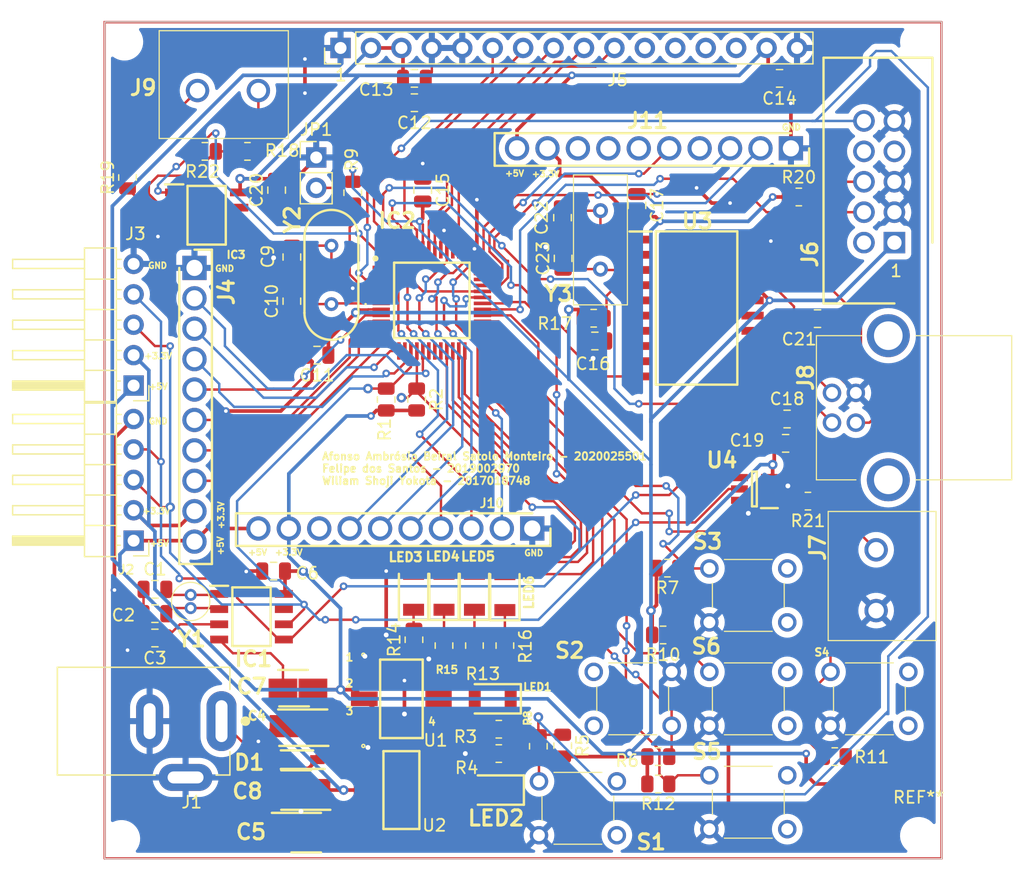
<source format=kicad_pcb>
(kicad_pcb (version 20211014) (generator pcbnew)
  (title_block (title "Projeto em Grupo - versão 1") (date "2022-11-01") (company "UNIFEI") (comment 1 "Afonso Ambrósio Beiral Satolo Monteiro - 2020025501") (comment 2 "Felipe dos Santos - 2019002970") (comment 3 "Wiliam Shoji Yokota - 2017018748"))
  (layers (0 "F.Cu" signal) (31 "B.Cu" signal) (34 "B.Paste" user) (35 "F.Paste" user) (36 "B.SilkS" user "B.Silkscreen") (37 "F.SilkS" user "F.Silkscreen") (38 "B.Mask" user) (39 "F.Mask" user) (44 "Edge.Cuts" user))
  (net 0 "")
  (net 1 "Earth")
  (net 2 "Net-(C1-Pad2)")
  (net 3 "Net-(C2-Pad2)")
  (net 4 "Net-(C3-Pad1)")
  (net 5 "/7~10VDC")
  (net 6 "+5V")
  (net 7 "+3.3V")
  (net 8 "/XTALIN")
  (net 9 "/XTALOUT")
  (net 10 "Net-(C16-Pad2)")
  (net 11 "Net-(C21-Pad2)")
  (net 12 "/OSC1")
  (net 13 "/OSC2")
  (net 14 "Net-(D1-Pad2)")
  (net 15 "/SDA")
  (net 16 "/SCL")
  (net 18 "/PIO2_6")
  (net 19 "/RESET")
  (net 20 "/ISP_MODE")
  (net 21 "/PIO1_8")
  (net 22 "/PIO0_2")
  (net 23 "/PIO2_7")
  (net 24 "/PIO2_8")
  (net 25 "/PIO2_1")
  (net 26 "/PIO0_3")
  (net 27 "/PIO1_9")
  (net 28 "/LED0")
  (net 29 "/LED1")
  (net 30 "/LED2")
  (net 31 "/LED3")
  (net 32 "/PIO2_0")
  (net 33 "/PIO0_6")
  (net 34 "/PIO0_7")
  (net 35 "/BTN_ENTER")
  (net 36 "/BTN_DOWN")
  (net 37 "/BTN_RIGHT")
  (net 38 "/BTN_UP")
  (net 39 "/SWDCLK")
  (net 40 "/BTN_LEFT")
  (net 41 "/PIO2_9")
  (net 42 "/OUT1")
  (net 43 "/PIO2_11")
  (net 44 "/PIO1_0")
  (net 45 "/PIO1_1")
  (net 46 "/PIO1_2")
  (net 47 "/PIO3_0")
  (net 48 "/DB03")
  (net 49 "/SWDIO")
  (net 50 "/PIO3_1")
  (net 51 "/DB02")
  (net 52 "/DB01")
  (net 53 "/DB00")
  (net 54 "/RX")
  (net 55 "/TX")
  (net 56 "/E")
  (net 57 "Net-(IC3-Pad2)")
  (net 58 "Net-(IC3-Pad3)")
  (net 66 "/SDWIO")
  (net 67 "/PIO1_4")
  (net 68 "Net-(J6-Pad6)")
  (net 71 "Net-(J7-Pad1)")
  (net 72 "/D-")
  (net 73 "/D+")
  (net 76 "/IN1+")
  (net 77 "/IN1-")
  (net 78 "Net-(LED1-Pad1)")
  (net 79 "Net-(LED2-Pad1)")
  (net 80 "Net-(LED3-Pad1)")
  (net 81 "Net-(LED4-Pad1)")
  (net 82 "Net-(LED5-Pad1)")
  (net 83 "Net-(LED6-Pad1)")
  (net 84 "Net-(R8-Pad1)")
  (net 101 "/PIO1_3")
  (net 102 "Net-(R21-Pad2)")
  (net 109 "/PIO3_4")
  (net 110 "/PIO2_4")
  (net 111 "/PIO2_5")
  (footprint "PPTC:RHDR10W80P0X254_1X10_2590X254X850P" (layer "F.Cu") (at 113.03 83.645 -90)
    (fp_text reference "J4")
    (fp_text value "PPTC101LFBN-RC" hide)
  )
  (footprint "" (layer "F.Cu") (at 107.188 64.77)
    (fp_text reference "")
    (fp_text value "")
  )
  (footprint "MountingHole:MountingHole_2.1mm" (layer "F.Cu") (at 173.482 131.064)
    (fp_text reference "REF**")
    (fp_text value "MountingHole_2.1mm")
  )
  (footprint "Capacitor_SMD:C_0805_2012Metric" (layer "F.Cu") (at 123.256 90.932 180)
    (fp_text reference "C11")
    (fp_text value "100n")
  )
  (footprint "Resistor_SMD:R_0805_2012Metric" (layer "F.Cu") (at 152.5035 108.718831 180)
    (fp_text reference "R7")
    (fp_text value "1k")
  )
  (footprint "LPC1114:QFP50P900X900X160-48N" (layer "F.Cu") (at 132.842 86.36)
    (fp_text reference "IC2")
    (fp_text value "LPC1114FBD48_302" hide)
  )
  (footprint "12 Clk:ATS12A" (layer "F.Cu") (at 146.915 78.867 -90)
    (fp_text reference "Y3")
    (fp_text value "12MHz" hide)
  )
  (footprint "Resistor_SMD:R_0805_2012Metric" (layer "F.Cu") (at 131.35 114.7 90)
    (fp_text reference "R14")
    (fp_text value "110")
  )
  (footprint "Resistor_SMD:R_0805_2012Metric" (layer "F.Cu") (at 143.764 123.5475 -90)
    (fp_text reference "R5")
    (fp_text value "1k")
  )
  (footprint "LD1117S50:SOT230P700X180-4N" (layer "F.Cu") (at 130.302 127.254)
    (fp_text reference "U2")
    (fp_text value "LD1117S50TR_SOT223")
  )
  (footprint "Resistor_SMD:R_0805_2012Metric" (layer "F.Cu") (at 141.732 123.5945 90)
    (fp_text reference "R8")
    (fp_text value "100")
  )
  (footprint "Resistor_SMD:R_0805_2012Metric" (layer "F.Cu") (at 138.43 122.174 180)
    (fp_text reference "R3")
    (fp_text value "110")
  )
  (footprint "Capacitor_SMD:C_0805_2012Metric" (layer "F.Cu") (at 165.034 87.884 180)
    (fp_text reference "C21")
    (fp_text value "100n")
  )
  (footprint "Botão:18259106" (layer "F.Cu") (at 156.008 126.02)
    (fp_text reference "S5")
    (fp_text value "1825910-6" hide)
  )
  (footprint "DAC:SOT95P270X145-6N" (layer "F.Cu") (at 159.766 102.108 180)
    (fp_text reference "U4")
    (fp_text value "MCP4725xxx-xCH" hide)
  )
  (footprint "Resistor_SMD:R_0805_2012Metric" (layer "F.Cu") (at 133.858 115.1885 90)
    (fp_text reference "R15")
    (fp_text value "110")
  )
  (footprint "PPTC:RHDR10W80P0X254_1X10_2590X254X850P" (layer "F.Cu") (at 141.224 105.41 180)
    (fp_text reference "J10")
    (fp_text value "PPTC101LFBN-RC" hide)
  )
  (footprint "Resistor_SMD:R_0805_2012Metric" (layer "F.Cu") (at 117.4515 73.914 180)
    (fp_text reference "R18")
    (fp_text value "150")
  )
  (footprint "Capacitor_SMD:C_0805_2012Metric" (layer "F.Cu") (at 131.384 69.85 180)
    (fp_text reference "C12")
    (fp_text value "100n")
  )
  (footprint "Capacitor_SMD:C_0805_2012Metric" (layer "F.Cu") (at 162.372 98.298)
    (fp_text reference "C19")
    (fp_text value "0.1u")
  )
  (footprint "PPTC:RHDR10W80P0X254_1X10_2590X254X850P" (layer "F.Cu") (at 162.814 73.66 180)
    (fp_text reference "J11")
    (fp_text value "PPTC101LFBN-RC" hide)
  )
  (footprint "OSTT:OSTTA024163" (layer "F.Cu") (at 113.284 68.834)
    (fp_text reference "J9")
    (fp_text value "OSTTA024163" hide)
  )
  (footprint "Connector_PinHeader_2.54mm:PinHeader_1x16_P2.54mm_Vertical" (layer "F.Cu") (at 125.222 65.278 90)
    (fp_text reference "J5")
    (fp_text value "JHD-162A")
  )
  (footprint "Resistor_SMD:R_0805_2012Metric" (layer "F.Cu") (at 146.35 87.85)
    (fp_text reference "R17")
    (fp_text value "1k")
  )
  (footprint "LTST:LEDC3216X120N" (layer "F.Cu") (at 136.398 110.696 90)
    (fp_text reference "LED5")
    (fp_text value "LTST-C150GKT" hide)
  )
  (footprint "Botão:18259106" (layer "F.Cu") (at 166.116 117.384)
    (fp_text reference "S4")
    (fp_text value "1825910-6" hide)
  )
  (footprint "Resistor_SMD:R_0805_2012Metric" (layer "F.Cu") (at 107.442 76.0965 90)
    (fp_text reference "R19")
    (fp_text value "0")
  )
  (footprint "Capacitor_SMD:C_0805_2012Metric" (layer "F.Cu") (at 119.634 108.966 180)
    (fp_text reference "C6")
    (fp_text value "100n")
  )
  (footprint "32 Clk:AB38T32768KHZ" (layer "F.Cu") (at 112.71 112.056 180)
    (fp_text reference "Y1")
    (fp_text value "32.768kHz" hide)
  )
  (footprint "Capacitor_SMD:C_0805_2012Metric" (layer "F.Cu") (at 121.158 82.738 -90)
    (fp_text reference "C9")
    (fp_text value "18p")
  )
  (footprint "Connector_PinHeader_2.54mm:PinHeader_1x02_P2.54mm_Vertical" (layer "F.Cu") (at 123.19 74.422)
    (fp_text reference "JP1")
    (fp_text value "Jumper_2_Open")
  )
  (footprint "Cap Eletro:CAPAE330X550N" (layer "F.Cu") (at 121.757632 121.915657 180)
    (fp_text reference "C4")
    (fp_text value "100nF" hide)
  )
  (footprint "Resistor_SMD:R_0805_2012Metric" (layer "F.Cu") (at 152.146 114.3 180)
    (fp_text reference "R10")
    (fp_text value "1k")
  )
  (footprint "897:8974300490000000" (layer "F.Cu") (at 166.242 94.086 90)
    (fp_text reference "J8")
    (fp_text value "897-43-004-90-000000" hide)
  )
  (footprint "Botão:18259106" (layer "F.Cu") (at 152.856 121.884 180)
    (fp_text reference "S2")
    (fp_text value "1825910-6" hide)
  )
  (footprint "Cap Eletro:CAPAE330X550N" (layer "F.Cu") (at 121.94 130.81)
    (fp_text reference "C5")
    (fp_text value "100nF" hide)
  )
  (footprint "LTST:LEDC3216X120N" (layer "F.Cu") (at 133.858 110.696 90)
    (fp_text reference "LED4")
    (fp_text value "LTST-C150GKT" hide)
  )
  (footprint "LTST:LEDC3216X120N" (layer "F.Cu") (at 138.938 110.72 90)
    (fp_text reference "LED6")
    (fp_text value "LTST-C150GKT" hide)
  )
  (footprint "Capacitor_SMD:C_0805_2012Metric" (layer "F.Cu") (at 121.158 86.426 90)
    (fp_text reference "C10")
    (fp_text value "18p")
  )
  (footprint "OSTT:OSTTA024163" (layer "F.Cu") (at 169.926 107.188 -90)
    (fp_text reference "J7")
    (fp_text value "OSTTA024163" hide)
  )
  (footprint "Resistor_SMD:R_0805_2012Metric" (layer "F.Cu") (at 166.4735 124.46)
    (fp_text reference "R11")
    (fp_text value "1k")
  )
  (footprint "Capacitor_SMD:C_0805_2012Metric" (layer "F.Cu") (at 131.384 67.818 180)
    (fp_text reference "C13")
    (fp_text value "100n")
  )
  (footprint "PJ-002A:CUI_PJ-002A" (layer "F.Cu") (at 115.2865 121.499 180)
    (fp_text reference "J1")
    (fp_text value "PJ-002A")
  )
  (footprint "Capacitor_SMD:C_0805_2012Metric" (layer "F.Cu") (at 143.75 79.45 -90)
    (fp_text reference "C22")
    (fp_text value "22p")
  )
  (footprint "Capacitor_SMD:C_0805_2012Metric" (layer "F.Cu") (at 146.45 89.75)
    (fp_text reference "C16")
    (fp_text value "100n")
  )
  (footprint "Resistor_SMD:R_0805_2012Metric" (layer "F.Cu") (at 131.572 94.6385 -90)
    (fp_text reference "R2")
    (fp_text value "10k")
  )
  (footprint "Resistor_SMD:R_0805_2012Metric" (layer "F.Cu") (at 129.032 94.6385 -90)
    (fp_text reference "R1")
    (fp_text value "10k")
  )
  (footprint "Capacitor_SMD:C_0805_2012Metric" (layer "F.Cu") (at 109.728 112.522)
    (fp_text reference "C2")
    (fp_text value "22p")
  )
  (footprint "LTST:LEDC3216X120N" (layer "F.Cu") (at 137.922 119.634 180)
    (fp_text reference "LED1")
    (fp_text value "LTST-C150GKT" hide)
  )
  (footprint "Capacitor_SMD:C_0805_2012Metric" (layer "F.Cu") (at 119.888 77.15 90)
    (fp_text reference "C20")
    (fp_text value "100n")
  )
  (footprint "" (layer "F.Cu") (at 106.934 131.318)
    (fp_text reference "")
    (fp_text value "")
  )
  (footprint "Capacitor_SMD:C_0805_2012Metric" (layer "F.Cu") (at 132.08 77.15 -90)
    (fp_text reference "C15")
    (fp_text value "100n")
  )
  (footprint "Connector_PinHeader_2.54mm:PinHeader_1x05_P2.54mm_Horizontal" (layer "F.Cu") (at 107.95 106.426 180)
    (fp_text reference "J2")
    (fp_text value "Conn_01x05_Male")
  )
  (footprint "Resistor_SMD:R_0805_2012Metric" (layer "F.Cu") (at 163.4725 77.724)
    (fp_text reference "R20")
    (fp_text value "10k")
  )
  (footprint "Resistor_SMD:R_0805_2012Metric" (layer "F.Cu") (at 151.7415 126.746 180)
    (fp_text reference "R12")
    (fp_text value "1k")
  )
  (footprint "Resistor_SMD:R_0805_2012Metric" (layer "F.Cu") (at 126.238 77.3665 90)
    (fp_text reference "R9")
    (fp_text value "1k")
  )
  (footprint "Botão:18259106" (layer "F.Cu") (at 156.008 108.748)
    (fp_text reference "S3")
    (fp_text value "1825910-6" hide)
  )
  (footprint "LTST:LEDC3216X120N" (layer "F.Cu") (at 131.318 110.696 90)
    (fp_text reference "LED3")
    (fp_text value "LTST-C150GKT" hide)
  )
  (footprint "LD1117S33:SOT223" (layer "F.Cu") (at 130.302 119.634)
    (fp_text reference "U1")
    (fp_text value "LD1117S33TR_SOT223")
  )
  (footprint "Botão:18259106" (layer "F.Cu") (at 141.784 126.528)
    (fp_text reference "S1")
    (fp_text value "1825910-6" hide)
  )
  (footprint "Connector_PinHeader_2.54mm:PinHeader_1x05_P2.54mm_Horizontal" (layer "F.Cu") (at 107.95 93.472 180)
    (fp_text reference "J3")
    (fp_text value "Conn_01x05_Male")
  )
  (footprint "MCP7940:SOIC127P600X175-8N" (layer "F.Cu") (at 117.79 112.776)
    (fp_text reference "IC1")
    (fp_text value "MCP7940N-I_SN" hide)
  )
  (footprint "JTAG Conn:SHDR10W99P254_2X5_2032X889X947P" (layer "F.Cu") (at 171.45 81.534 90)
    (fp_text reference "J6")
    (fp_text value "70246-1002" hide)
  )
  (footprint "Capacitor_SMD:C_0805_2012Metric" (layer "F.Cu") (at 161.864 67.818 180)
    (fp_text reference "C14")
    (fp_text value "100n")
  )
  (footprint "Resistor_SMD:R_0805_2012Metric" (layer "F.Cu") (at 136.398 115.1885 90)
    (fp_text reference "R13")
    (fp_text value "110")
  )
  (footprint "Resistor_SMD:R_0805_2012Metric" (layer "F.Cu") (at 164.2345 103.124 180)
    (fp_text reference "R21")
    (fp_text value "100")
  )
  (footprint "Cap Eletro:CAPAE330X550N" (layer "F.Cu") (at 121.92 127.254 180)
    (fp_text reference "C8")
    (fp_text value "10uF" hide)
  )
  (footprint "LTST:LEDC3216X120N" (layer "F.Cu") (at 138.176 127.254 180)
    (fp_text reference "LED2")
    (fp_text value "LTST-C150GKT" hide)
  )
  (footprint "Capacitor_SMD:C_0805_2012Metric" (layer "F.Cu") (at 149.963 78.425 -90)
    (fp_text reference "C17")
    (fp_text value "100n")
  )
  (footprint "Cap Eletro:CAPAE330X550N" (layer "F.Cu") (at 121.666 118.872 180)
    (fp_text reference "C7")
    (fp_text value "10uF" hide)
  )
  (footprint "Capacitor_SMD:C_0805_2012Metric" (layer "F.Cu") (at 109.728 110.49)
    (fp_text reference "C1")
    (fp_text value "22p")
  )
  (footprint "Capacitor_SMD:C_0805_2012Metric" (layer "F.Cu") (at 109.728 114.554 180)
    (fp_text reference "C3")
    (fp_text value "100n")
  )
  (footprint "Capacitor_SMD:C_0805_2012Metric" (layer "F.Cu") (at 143.8 82.85 90)
    (fp_text reference "C23")
    (fp_text value "22p")
  )
  (footprint "MCP2200:SOIC127P1030X265-20N" (layer "F.Cu") (at 154.94 86.995)
    (fp_text reference "U3")
    (fp_text value "MCP2200-I-SO" hide)
  )
  (footprint "Resistor_SMD:R_0805_2012Metric" (layer "F.Cu") (at 113.8955 73.914)
    (fp_text reference "R22")
    (fp_text value "100")
  )
  (footprint "Diodo Ret:SOD3716X135N" (layer "F.Cu") (at 121.588 124.714 180)
    (fp_text reference "D1")
    (fp_text value "1N5819HW-7" hide)
  )
  (footprint "Capacitor_SMD:C_0805_2012Metric" (layer "F.Cu") (at 162.494 96.266)
    (fp_text reference "C18")
    (fp_text value "10u")
  )
  (footprint "Resistor_SMD:R_0805_2012Metric" (layer "F.Cu") (at 151.7415 124.46 180)
    (fp_text reference "R6")
    (fp_text value "1k")
  )
  (footprint "" (layer "F.Cu") (at 173.482 64.77)
    (fp_text reference "")
    (fp_text value "")
  )
  (footprint "Botão:18259106" (layer "F.Cu") (at 156.008 117.384)
    (fp_text reference "S6")
    (fp_text value "1825910-6" hide)
  )
  (footprint "Resistor_SMD:R_0805_2012Metric" (layer "F.Cu") (at 138.43 124.206 180)
    (fp_text reference "R4")
    (fp_text value "110")
  )
  (footprint "20 Clk:ATS20A" (layer "F.Cu") (at 124.46 86.668 90)
    (fp_text reference "Y2")
    (fp_text value "20MHz" hide)
  )
  (footprint "Resistor_SMD:R_0805_2012Metric" (layer "F.Cu") (at 138.938 115.1885 90)
    (fp_text reference "R16")
    (fp_text value "110")
  )
  (footprint "LM358:SOIC127P600X175-8N" (layer "F.Cu") (at 114.046 79.248)
    (fp_text reference "IC3")
    (fp_text value "LM358DRG3" hide)
  )
  (gr_rect (start 105.537 63.119) (end 175.387 132.969) (layer "F.Cu") (width 0.2) (fill none))
  (gr_rect (start 105.55 63.1) (end 175.4 133) (layer "Edge.Cuts") (width 0.1) (fill none))
  (gr_text "GND" (at 109.95 83.45) (layer "F.SilkS") (effects (font (size 0.508 0.508) (thickness 0.127))))
  (gr_text "GND" (at 115.55 83.7) (layer "F.SilkS") (effects (font (size 0.508 0.508) (thickness 0.127))))
  (gr_text "+5V" (at 110.1 106.65) (layer "F.SilkS") (effects (font (size 0.508 0.508) (thickness 0.127))))
  (gr_text "+3.3V" (at 142.35 75.8) (layer "F.SilkS") (effects (font (size 0.508 0.508) (thickness 0.127))))
  (gr_text "1" (at 171.6 83.9) (layer "F.SilkS") (effects (font (size 1 1))))
  (gr_text "GND" (at 110 96.45) (layer "F.SilkS") (effects (font (size 0.508 0.508) (thickness 0.127))))
  (gr_text "+3.3V" (at 110 91) (layer "F.SilkS") (effects (font (size 0.508 0.508) (thickness 0.127))))
  (gr_text "+3.3V" (at 120.9 107.4) (layer "F.SilkS") (effects (font (size 0.508 0.508) (thickness 0.127))))
  (gr_text "+5V" (at 139.75 75.75) (layer "F.SilkS") (effects (font (size 0.508 0.508) (thickness 0.127))))
  (gr_text "Afonso Ambrósio Beiral Satolo Monteiro - 2020025501\nFelipe dos Santos - 2019002970\nWiliam Shoji Yokota - 2017018748" (at 123.6 100.4) (layer "F.SilkS") (effects (font (size 0.635 0.635)) (justify left)))
  (gr_text "+3.3V" (at 109.85 103.95) (layer "F.SilkS") (effects (font (size 0.508 0.508) (thickness 0.127))))
  (gr_text "+5V" (at 118.3 107.4) (layer "F.SilkS") (effects (font (size 0.508 0.508) (thickness 0.127))))
  (gr_text "+5V" (at 115.2 106.85 90) (layer "F.SilkS") (effects (font (size 0.508 0.508) (thickness 0.127))))
  (gr_text "1" (at 125.25 67.55) (layer "F.SilkS") (effects (font (size 1 1))))
  (gr_text "GND" (at 141.35 107.45) (layer "F.SilkS") (effects (font (size 0.508 0.508) (thickness 0.127))))
  (gr_text "+3.3V" (at 115.25 104.3 90) (layer "F.SilkS") (effects (font (size 0.508 0.508) (thickness 0.127))))
  (gr_text "+5V" (at 110 93.55) (layer "F.SilkS") (effects (font (size 0.508 0.508) (thickness 0.127))))
  (gr_text "GND" (at 162.85 71.9) (layer "F.SilkS") (effects (font (size 0.508 0.508) (thickness 0.127))))
  (segment (start 162.814 73.66) (end 162.814 69.914) (width 0.3048) (layer "F.Cu") (net 1))
  (segment (start 156.008 130.52) (end 157.59983 128.92817) (width 0.3048) (layer "F.Cu") (net 1))
  (segment (start 127.508 123.698) (end 127.508 124.848) (width 0.2032) (layer "F.Cu") (net 1))
  (segment (start 157.59983 128.92817) (end 157.59983 123.47583) (width 0.3048) (layer "F.Cu") (net 1))
  (segment (start 131.318 116.101) (end 132.381 116.101) (width 0.3048) (layer "F.Cu") (net 1))
  (segment (start 161.012 81.28) (end 161.139 81.407) (width 0.3048) (layer "F.Cu") (net 1))
  (segment (start 161.016 102.108) (end 162.306 102.108) (width 0.3048) (layer "F.Cu") (net 1))
  (segment (start 136.6 77.95) (end 136.6 81.85) (width 0.3048) (layer "F.Cu") (net 1))
  (segment (start 137.5175 122.174) (end 137.5175 124.206) (width 0.2032) (layer "F.Cu") (net 1))
  (segment (start 132.334 67.818) (end 132.334 69.85) (width 0.2032) (layer "F.Cu") (net 1))
  (segment (start 162.814 69.914) (end 162.8 69.9) (width 0.3048) (layer "F.Cu") (net 1))
  (segment (start 162.814 67.818) (end 163.322 67.31) (width 0.2032) (layer "F.Cu") (net 1))
  (segment (start 132.842 67.31) (end 132.334 67.818) (width 0.2032) (layer "F.Cu") (net 1))
  (segment (start 133.592 82.135) (end 133.592 80.784) (width 0.2032) (layer "F.Cu") (net 1))
  (segment (start 119.638343 121.915657) (end 118.364 123.19) (width 0.2032) (layer "F.Cu") (net 1))
  (segment (start 108.778 110.49) (end 108.778 112.522) (width 0.2032) (layer "F.Cu") (net 1))
  (segment (start 158.516 103.398) (end 159.258 104.14) (width 0.3048) (layer "F.Cu") (net 1))
  (segment (start 121.158 85.476) (end 119.634 87) (width 0.3048) (layer "F.Cu") (net 1))
  (segment (start 162.306 102.108) (end 162.56 101.854) (width 0.3048) (layer "F.Cu") (net 1))
  (segment (start 120.67 127.254) (end 120.67 127.782) (width 0.2032) (layer "F.Cu") (net 1))
  (segment (start 106.35 97.866) (end 106.35 110.55) (width 0.3048) (layer "F.Cu") (net 1))
  (segment (start 132.381 116.101) (end 132.588 116.308) (width 0.3048) (layer "F.Cu") (net 1))
  (segment (start 122.306 90.932) (end 122.8471 91.4731) (width 0.3048) (layer "F.Cu") (net 1))
  (segment (start 165.984 91.833) (end 168.232 94.081) (width 0.3048) (layer "F.Cu") (net 1))
  (segment (start 137.5175 124.206) (end 135.636 124.206) (width 0.2032) (layer "F.Cu") (net 1))
  (segment (start 145.523 90.424968) (end 145.523 89.408) (width 0.3048) (layer "F.Cu") (net 1))
  (segment (start 120.416 118.872) (end 120.416 116.86) (width 0.2032) (layer "F.Cu") (net 1))
  (segment (start 133.592 80.784) (end 133.858 80.518) (width 0.2032) (layer "F.Cu") (net 1))
  (segment (start 132.842 65.278) (end 132.842 67.31) (width 0.2032) (layer "F.Cu") (net 1))
  (segment (start 122.8471 91.4731) (end 122.8471 92.988808) (width 0.3048) (layer "F.Cu") (net 1))
  (segment (start 142.365 81.915) (end 144.375 81.915) (width 0.2032) (layer "F.Cu") (net 1))
  (segment (start 108.712 110.424) (end 108.778 110.49) (width 0.2032) (layer "F.Cu") (net 1))
  (segment (start 126.238 85.344) (end 126.492 85.598) (width 0.3048) (layer "F.Cu") (net 1))
  (segment (start 119.634 87) (end 119.634 88.392) (width 0.3048) (layer "F.Cu") (net 1))
  (segment (start 136.6 81.85) (end 136.4 82.05) (width 0.3048) (layer "F.Cu") (net 1))
  (segment (start 165.984 87.884) (end 165.984 91.833) (width 0.3048) (layer "F.Cu") (net 1))
  (segment (start 156.21 78.232) (end 157.734 78.232) (width 0.3048) (layer "F.Cu") (net 1))
  (segment (start 130.556 120.904) (end 130.556 118.11) (width 0.3048) (layer "F.Cu") (net 1))
  (segment (start 111.335 81.153) (end 110.109 81.153) (width 0.3048) (layer "F.Cu") (net 1))
  (segment (start 118.684 108.966) (end 117.384 108.966) (width 0.3048) (layer "F.Cu") (net 1))
  (segment (start 122.306 90.932) (end 122.174 90.932) (width 0.3048) (layer "F.Cu") (net 1))
  (segment (start 120.507632 121.915657) (end 119.638343 121.915657) (width 0.2032) (layer "F.Cu") (net 1))
  (segment (start 120.274 82.804) (end 121.158 83.688) (width 0.3048) (layer "F.Cu") (net 1))
  (segment (start 120.67 127.782) (end 121.92 129.032) (width 0.2032) (layer "F.Cu") (net 1))
  (segment (start 123.051422 130.81) (end 122.428 130.186578) (width 0.2032) (layer "F.Cu") (net 1))
  (segment (start 158.516 103.058) (end 158.516 103.398) (width 0.3048) (layer "F.Cu") (net 1))
  (segment (start 108.778 112.522) (end 108.778 114.554) (width 0.2032) (layer "F.Cu") (net 1))
  (segment (start 127 85.598) (end 127.012 85.61) (width 0.2032) (layer "F.Cu") (net 1))
  (segment (start 120.416 121.824025) (end 120.507632 121.915657) (width 0.2032) (layer "F.Cu") (net 1))
  (segment (start 117.384 108.966) (end 117.35 109) (width 0.3048) (layer "F.Cu") (net 1))
  (segment (start 123.19 74.422) (end 123.19 74.479448) (width 0.3048) (layer "F.Cu") (net 1))
  (segment (start 157.59983 123.47583) (end 156.008 121.884) (width 0.3048) (layer "F.Cu") (net 1))
  (segment (start 165.74 87.884) (end 166.242 88.386) (width 0.2032) (layer "F.Cu") (net 1))
  (segment (start 136.398 116.101) (end 138.938 116.101) (width 0.3048) (layer "F.Cu") (net 1))
  (segment (start 159.21 81.28) (end 161.012 81.28) (width 0.3048) (layer "F.Cu") (net 1))
  (segment (start 129.032 114.3) (end 129.032 108.966) (width 0.3048) (layer "F.Cu") (net 1))
  (segment (start 123.19 130.81) (end 123.051422 130.81) (width 0.2032) (layer "F.Cu") (net 1))
  (segment (start 122.428 129.54) (end 121.92 129.032) (width 0.2032) (layer "F.Cu") (net 1))
  (segment (start 119.38 115.824) (end 116.233 115.824) (width 0.2032) (layer "F.Cu") (net 1))
  (segment (start 120.235908 95.6) (end 115.65 95.6) (width 0.3048) (layer "F.Cu") (net 1))
  (segment (start 133.858 116.101) (end 136.398 116.101) (width 0.3048) (layer "F.Cu") (net 1))
  (segment (start 122.8471 92.988808) (end 120.235908 95.6) (width 0.3048) (layer "F.Cu") (net 1))
  (segment (start 146.299016 91.200984) (end 145.523 90.424968) (width 0.3048) (layer "F.Cu") (net 1))
  (segment (start 127.254 116.078) (end 127.254 117.2718) (width 0.2032) (layer "F.Cu") (net 1))
  (segment (start 149.963 77.475) (end 151.633 77.475) (width 0.2032) (layer "F.Cu") (net 1))
  (segment (start 163.322 101.092) (end 162.56 101.854) (width 0.3048) (layer "F.Cu") (net 1))
  (segment (start 154.94 76.962) (end 156.21 78.232) (width 0.3048) (layer "F.Cu") (net 1))
  (segment (start 127.012 85.61) (end 128.617 85.61) (width 0.2032) (layer "F.Cu") (net 1))
  (segment (start 144.375 81.915) (end 144.375 80.325) (width 0.2032) (layer "F.Cu") (net 1))
  (segment (start 108.458 114.554) (end 107.442 115.57) (width 0.2032) (layer "F.Cu") (net 1))
  (segment (start 107.95 96.266) (end 106.35 97.866) (width 0.3048) (layer "F.Cu") (net 1))
  (segment (start 116.233 115.824) (end 115.09 114.681) (width 0.2032) (layer "F.Cu") (net 1))
  (segment (start 127.508 124.848) (end 127.402 124.954) (width 0.2032) (layer "F.Cu") (net 1))
  (segment (start 119.888 77.781448) (end 119.888 78.1) (width 0.3048) (layer "F.Cu") (net 1))
  (segment (start 132.08 76.2) (end 132.08 74.93) (width 0.2032) (layer "F.Cu") (net 1))
  (segment (start 151.633 77.475) (end 151.638 77.47) (width 0.2032) (layer "F.Cu") (net 1))
  (segment (start 133.651 116.308) (end 133.858 116.101) (width 0.3048) (layer "F.Cu") (net 1))
  (segment (start 122.25 66.2) (end 122.25 69.05) (width 0.3048) (layer "F.Cu") (net 1))
  (segment (start 127.254 117.2718) (end 127.2032 117.3226) (width 0.2032) (layer "F.Cu") (net 1))
  (segment (start 132.588 116.308) (end 133.651 116.308) (width 0.3048) (layer "F.Cu") (net 1))
  (segment (start 122.428 130.186578) (end 122.428 129.54) (width 0.2032) (layer "F.Cu") (net 1))
  (segment (start 142.35 81.9) (end 142.365 81.915) (width 0.2032) (layer "F.Cu") (net 1))
  (segment (start 163.322 98.298) (end 163.322 101.092) (width 0.3048) (layer "F.Cu") (net 1))
  (segment (start 126.492 85.598) (end 127 85.598) (width 0.2032) (layer "F.Cu") (net 1))
  (segment (start 163.444 98.176) (end 163.322 98.298) (width 0.3048) (layer "F.Cu") (net 1))
  (segment (start 120.416 118.872) (end 120.416 121.824025) (width 0.2032) (layer "F.Cu") (net 1))
  (segment (start 120.416 116.86) (end 120.396 116.84) (width 0.2032) (layer "F.Cu") (net 1))
  (segment (start 163.322 67.31) (end 163.322 65.278) (width 0.2032) (layer "F.Cu") (net 1))
  (segment (start 108.778 114.554) (end 108.458 114.554) (width 0.2032) (layer "F.Cu") (net 1))
  (segment (start 120.396 116.84) (end 119.38 115.824) (width 0.2032) (layer "F.Cu") (net 1))
  (segment (start 123.19 74.479448) (end 119.888 77.781448) (width 0.3048) (layer "F.Cu") (net 1))
  (segment (start 110.109 81.153) (end 109.982 81.026) (width 0.3048) (layer "F.Cu") (net 1))
  (segment (start 163.444 96.266) (end 163.444 98.176) (width 0.3048) (layer "F.Cu") (net 1))
  (segment (start 119.634 82.804) (end 120.274 82.804) (width 0.3048) (layer "F.Cu") (net 1))
  (segment (start 121.158 83.688) (end 121.158 85.476) (width 0.3048) (layer "F.Cu") (net 1))
  (segment (start 122.174 90.932) (end 119.634 88.392) (width 0.3048) (layer "F.Cu") (net 1))
  (via (at 162.8 69.9) (size 0.635) (drill 0.3048) (layers "F.Cu" "B.Cu") (net 1))
  (via (at 127.508 123.698) (size 0.8) (drill 0.4) (layers "F.Cu" "B.Cu") (net 1))
  (via (at 159.258 104.14) (size 0.8) (drill 0.4) (layers "F.Cu" "B.Cu") (net 1))
  (via (at 161.139 81.407) (size 0.635) (drill 0.3048) (layers "F.Cu" "B.Cu") (net 1))
  (via (at 130.556 118.11) (size 0.635) (drill 0.3048) (layers "F.Cu" "B.Cu") (net 1))
  (via (at 129.032 108.966) (size 0.635) (drill 0.3048) (layers "F.Cu" "B.Cu") (net 1))
  (via (at 119.634 82.804) (size 0.8) (drill 0.4) (layers "F.Cu" "B.Cu") (net 1))
  (via (at 136.4 82.05) (size 0.635) (drill 0.3048) (layers "F.Cu" "B.Cu") (net 1))
  (via (at 154.94 76.962) (size 0.635) (drill 0.3048) (layers "F.Cu" "B.Cu") (net 1))
  (via (at 132.588 116.308) (size 0.8) (drill 0.4) (layers "F.Cu" "B.Cu") (net 1))
  (via (at 127.254 116.078) (size 0.8) (drill 0.4) (layers "F.Cu" "B.Cu") (net 1))
  (via (at 118.364 123.19) (size 0.635) (drill 0.3048) (layers "F.Cu" "B.Cu") (net 1))
  (via (at 133.858 80.518) (size 0.635) (drill 0.3048) (layers "F.Cu" "B.Cu") (net 1))
  (via (at 122.25 69.05) (size 0.635) (drill 0.3048) (layers "F.Cu" "B.Cu") (net 1))
  (via (at 136.6 77.95) (size 0.635) (drill 0.3048) (layers "F.Cu" "B.Cu") (net 1))
  (via (at 126.238 85.344) (size 0.635) (drill 0.3048) (layers "F.Cu" "B.Cu") (net 1))
  (via (at 109.982 81.026) (size 0.635) (drill 0.3048) (layers "F.Cu" "B.Cu") (net 1))
  (via (at 107.442 115.57) (size 0.635) (drill 0.3048) (layers "F.Cu" "B.Cu") (net 1))
  (via (at 157.734 78.232) (size 0.635) (drill 0.3048) (layers "F.Cu" "B.Cu") (net 1))
  (via (at 142.35 81.9) (size 0.8) (drill 0.4) (layers "F.Cu" "B.Cu") (net 1))
  (via (at 146.299016 91.200984) (size 0.8) (drill 0.4) (layers "F.Cu" "B.Cu") (net 1))
  (via (at 135.636 124.206) (size 0.8) (drill 0.4) (layers "F.Cu" "B.Cu") (net 1))
  (via (at 117.35 109) (size 0.635) (drill 0.3048) (layers "F.Cu" "B.Cu") (net 1))
  (via (at 151.638 77.47) (size 0.635) (drill 0.3048) (layers "F.Cu" "B.Cu") (net 1))
  (via (at 121.92 129.032) (size 0.8) (drill 0.4) (layers "F.Cu" "B.Cu") (net 1))
  (via (at 162.56 101.854) (size 0.8) (drill 0.4) (layers "F.Cu" "B.Cu") (net 1))
  (via (at 115.65 95.6) (size 0.635) (drill 0.3048) (layers "F.Cu" "B.Cu") (net 1))
  (via (at 106.35 110.55) (size 0.635) (drill 0.3048) (layers "F.Cu" "B.Cu") (net 1))
  (via (at 130.556 120.904) (size 0.8) (drill 0.4) (layers "F.Cu" "B.Cu") (net 1))
  (via (at 129.032 114.3) (size 0.8) (drill 0.4) (layers "F.Cu" "B.Cu") (net 1))
  (via (at 132.08 74.93) (size 0.635) (drill 0.3048) (layers "F.Cu" "B.Cu") (net 1))
  (via (at 122.25 66.2) (size 0.635) (drill 0.3048) (layers "F.Cu" "B.Cu") (net 1))
  (segment (start 110.678 110.49) (end 111.144 110.956) (width 0.2032) (layer "F.Cu") (net 2))
  (segment (start 115.005 110.956) (end 115.09 110.871) (width 0.2032) (layer "F.Cu") (net 2))
  (segment (start 112.71 110.956) (end 115.005 110.956) (width 0.2032) (layer "F.Cu") (net 2))
  (segment (start 111.144 110.956) (end 112.71 110.956) (width 0.2032) (layer "F.Cu") (net 2))
  (segment (start 111.144 112.056) (end 110.678 112.522) (width 0.2032) (layer "F.Cu") (net 3))
  (segment (start 112.71 112.056) (end 115.005 112.056) (width 0.2032) (layer "F.Cu") (net 3))
  (segment (start 112.71 112.056) (end 111.144 112.056) (width 0.2032) (layer "F.Cu") (net 3))
  (segment (start 115.005 112.056) (end 115.09 112.141) (width 0.2032) (layer "F.Cu") (net 3))
  (segment (start 111.821 113.411) (end 110.678 114.554) (width 0.2032) (layer "F.Cu") (net 4))
  (segment (start 115.09 113.411) (end 111.821 113.411) (width 0.2032) (layer "F.Cu") (net 4))
  (segment (start 127.383437 129.572563) (end 127.402 129.554) (width 0.25) (layer "F.Cu") (net 5))
  (segment (start 118.872 126.2158) (end 118.872 128.992) (width 0.3048) (layer "F.Cu") (net 5))
  (segment (start 120.67 130.282) (end 120.69 130.302) (width 0.2032) (layer "F.Cu") (net 5))
  (segment (start 124.8654 132.0906) (end 127.402 129.554) (width 0.3048) (layer "F.Cu") (net 5))
  (segment (start 127.402 129.554) (end 127.199982 129.554) (width 0.25) (layer "F.Cu") (net 5))
  (segment (start 123.288 122.196025) (end 123.007632 121.915657) (width 0.3048) (layer "F.Cu") (net 5))
  (segment (start 121.6344 132.0906) (end 124.8654 132.0906) (width 0.3048) (layer "F.Cu") (net 5))
  (segment (start 127.173457 121.915657) (end 127.2032 121.9454) (width 0.3048) (layer "F.Cu") (net 5))
  (segment (start 123.288 124.714) (end 123.288 122.196025) (width 0.3048) (layer "F.Cu") (net 5))
  (segment (start 123.007632 121.915657) (end 127.173457 121.915657) (width 0.3048) (layer "F.Cu") (net 5))
  (segment (start 120.69 131.1462) (end 121.6344 132.0906) (width 0.3048) (layer "F.Cu") (net 5))
  (segment (start 123.288 124.714) (end 122.5574 125.4446) (width 0.3048) (layer "F.Cu") (net 5))
  (segment (start 119.6432 125.4446) (end 118.872 126.2158) (width 0.3048) (layer "F.Cu") (net 5))
  (segment (start 120.69 130.81) (end 120.69 131.1462) (width 0.3048) (layer "F.Cu") (net 5))
  (segment (start 118.872 128.992) (end 120.69 130.81) (width 0.3048) (layer "F.Cu") (net 5))
  (segment (start 122.5574 125.4446) (end 119.6432 125.4446) (width 0.3048) (layer "F.Cu") (net 5))
  (segment (start 128.524 127.254) (end 131.318 130.048) (width 0.3048) (layer "F.Cu") (net 6))
  (segment (start 130.302 65.278) (end 127.762 65.278) (width 0.3048) (layer "F.Cu") (net 6))
  (segment (start 119.888 76.2) (end 116.84 76.2) (width 0.3048) (layer "F.Cu") (net 6))
  (segment (start 133.882 130.048) (end 136.676 127.254) (width 0.3048) (layer "F.Cu") (net 6))
  (segment (start 112.951 106.426) (end 113.03 106.505) (width 0.3048) (layer "F.Cu") (net 6))
  (segment (start 144.526 67.564) (end 139.954 72.136) (width 0.3048) (layer "F.Cu") (net 6))
  (segment (start 127.402 127.254) (end 128.524 127.254) (width 0.3048) (layer "F.Cu") (net 6))
  (segment (start 131.318 130.048) (end 133.882 130.048) (width 0.3048) (layer "F.Cu") (net 6))
  (segment (start 107.95 106.426) (end 112.951 106.426) (width 0.3048) (layer "F.Cu") (net 6))
  (segment (start 160.914 65.41) (end 160.782 65.278) (width 0.3048) (layer "F.Cu") (net 6))
  (segment (start 123.17 127.254) (end 125.476 127.254) (width 0.3048) (layer "F.Cu") (net 6))
  (segment (start 160.914 67.818) (end 160.914 65.41) (width 0.3048) (layer "F.Cu") (net 6))
  (segment (start 130.434 65.41) (end 130.302 65.278) (width 0.3048) (layer "F.Cu") (net 6))
  (segment (start 130.434 69.85) (end 130.434 67.818) (width 0.3048) (layer "F.Cu") (net 6))
  (segment (start 116.84 76.2) (end 116.84 77.26) (width 0.3048) (layer "F.Cu") (net 6))
  (segment (start 114.125 105.41) (end 118.364 105.41) (width 0.3048) (layer "F.Cu") (net 6))
  (segment (start 130.434 67.818) (end 130.434 65.41) (width 0.3048) (layer "F.Cu") (net 6))
  (segment (start 116.84 77.26) (end 116.757 77.343) (width 0.3048) (layer "F.Cu") (net 6))
  (segment (start 113.03 106.505) (end 114.125 105.41) (width 0.3048) (layer "F.Cu") (net 6))
  (segment (start 139.954 72.136) (end 139.954 73.66) (width 0.3048) (layer "F.Cu") (net 6))
  (segment (start 125.476 127.254) (end 127.402 127.254) (width 0.3048) (layer "F.Cu") (net 6))
  (via (at 116.84 76.2) (size 0.8) (drill 0.4) (layers "F.Cu" "B.Cu") (net 6))
  (via (at 125.476 127.254) (size 0.8) (drill 0.4) (layers "F.Cu" "B.Cu") (net 6))
  (via (at 144.526 67.564) (size 0.635) (drill 0.3048) (layers "F.Cu" "B.Cu") (net 6))
  (segment (start 106.807 107.569) (end 106.807 108.585) (width 0.3048) (layer "B.Cu") (net 6))
  (segment (start 106.807 108.839) (end 106.807 108.585) (width 0.3048) (layer "B.Cu") (net 6))
  (segment (start 106.172 95.25) (end 106.172 78.486) (width 0.3048) (layer "B.Cu") (net 6))
  (segment (start 117.094 67.564) (end 125.476 67.564) (width 0.3048) (layer "B.Cu") (net 6))
  (segment (start 106.172 107.95) (end 106.172 95.25) (width 0.3048) (layer "B.Cu") (net 6))
  (segment (start 125.476 67.564) (end 127.762 65.278) (width 0.3048) (layer "B.Cu") (net 6))
  (segment (start 108.458 76.2) (end 108.331 76.327) (width 0.3048) (layer "B.Cu") (net 6))
  (segment (start 118.11 76.2) (end 126.746 67.564) (width 0.3048) (layer "B.Cu") (net 6))
  (segment (start 125.476 127.254) (end 125.222 127.254) (width 0.3048) (layer "B.Cu") (net 6))
  (segment (start 158.496 67.564) (end 160.782 65.278) (width 0.3048) (layer "B.Cu") (net 6))
  (segment (start 116.84 76.2) (end 118.11 76.2) (width 0.3048) (layer "B.Cu") (net 6))
  (segment (start 108.331 76.327) (end 117.094 67.564) (width 0.3048) (layer "B.Cu") (net 6))
  (segment (start 125.222 127.254) (end 106.807 108.839) (width 0.3048) (layer "B.Cu") (net 6))
  (segment (start 107.95 93.472) (end 106.172 95.25) (width 0.3048) (layer "B.Cu") (net 6))
  (segment (start 106.172 78.486) (end 108.331 76.327) (width 0.3048) (layer "B.Cu") (net 6))
  (segment (start 107.95 106.426) (end 106.807 107.569) (width 0.3048) (layer "B.Cu") (net 6))
  (segment (start 144.526 67.564) (end 158.496 67.564) (width 0.3048) (layer "B.Cu") (net 6))
  (segment (start 126.746 67.564) (end 144.526 67.564) (width 0.3048) (layer "B.Cu") (net 6))
  (segment (start 125.476 67.564) (end 126.746 67.564) (width 0.3048) (layer "B.Cu") (net 6))
  (segment (start 106.807 108.585) (end 106.172 107.95) (width 0.3048) (layer "B.Cu") (net 6))
  (segment (start 150.575 124.206) (end 150.829 124.46) (width 0.3048) (layer "F.Cu") (net 7))
  (segment (start 159.766 85.09) (end 159.21 85.09) (width 0.3048) (layer "F.Cu") (net 7))
  (segment (start 149.86 79.478) (end 149.963 79.375) (width 0.3048) (layer "F.Cu") (net 7))
  (segment (start 151.511 79.375) (end 151.892 79.756) (width 0.3048) (layer "F.Cu") (net 7))
  (segment (start 120.584 108.966) (end 120.584 110.777) (width 0.3048) (layer "F.Cu") (net 7))
  (segment (start 122.916 118.872) (end 125.222 118.872) (width 0.3048) (layer "F.Cu") (net 7))
  (segment (start 164.846 126.746) (end 166.116 126.746) (width 0.3048) (layer "F.Cu") (net 7))
  (segment (start 144.272 87.122) (end 145.072 87.122) (width 0.3048) (layer "F.Cu") (net 7))
  (segment (start 131.826 79.756) (end 132.08 79.502) (width 0.3048) (layer "F.Cu") (net 7))
  (segment (start 126.746 87.122) (end 127.508 87.122) (width 0.2032) (layer "F.Cu") (net 7))
  (segment (start 143.51 74.676) (end 142.494 73.66) (width 0.3048) (layer "F.Cu") (net 7))
  (segment (start 149.86 81.28) (end 149.86 79.478) (width 0.3048) (layer "F.Cu") (net 7))
  (segment (start 127.762 96.012) (end 128.223 95.551) (width 0.3048) (layer "F.Cu") (net 7))
  (segment (start 131.826 79.756) (end 132.092 80.022) (width 0.2032) (layer "F.Cu") (net 7))
  (segment (start 151.591 108.718831) (end 151.591 111.807) (width 0.3048) (layer "F.Cu") (net 7))
  (segment (start 164.084 124.206) (end 164.084 125.984) (width 0.3048) (layer "F.Cu") (net 7))
  (segment (start 149.098 124.46) (end 149.352 124.206) (width 0.3048) (layer "F.Cu") (net 7))
  (segment (start 127.508 87.122) (end 127.52 87.11) (width 0.2032) (layer "F.Cu") (net 7))
  (segment (start 149.963 79.375) (end 151.511 79.375) (width 0.3048) (layer "F.Cu") (net 7))
  (segment (start 125.222 118.872) (end 126.4412 118.872) (width 0.3048) (layer "F.Cu") (net 7))
  (segment (start 107.95 103.886) (end 109.22 105.156) (width 0.3048) (layer "F.Cu") (net 7))
  (segment (start 136.422 121.134) (end 136.422 119.634) (width 0.3048) (layer "F.Cu") (net 7))
  (segment (start 109.22 105.156) (end 111.839 105.156) (width 0.3048) (layer "F.Cu") (net 7))
  (segment (start 129.3588 121.7896) (end 135.7664 121.7896) (width 0.3048) (layer "F.Cu") (net 7))
  (segment (start 150.829 126.746) (end 150.829 124.46) (width 0.3048) (layer "F.Cu") (net 7))
  (segment (start 161.422 98.298) (end 161.422 99.944) (width 0.3048) (layer "F.Cu") (net 7))
  (segment (start 126.492 87.376) (end 124.206 89.662) (width 0.3048) (layer "F.Cu") (net 7))
  (segment (start 126.238 76.454) (end 126.238 75.438) (width 0.3048) (layer "F.Cu") (net 7))
  (segment (start 161.29 77.724) (end 162.56 77.724) (width 0.3048) (layer "F.Cu") (net 7))
  (segment (start 167.386 125.476) (end 167.386 124.46) (width 0.3048) (layer "F.Cu") (net 7))
  (segment (start 151.2335 112.3715) (end 151.13 112.268) (width 0.3048) (layer "F.Cu") (net 7))
  (segment (start 129.032 95.551) (end 131.572 95.551) (width 0.3048) (layer "F.Cu") (net 7))
  (segment (start 124.206 89.662) (end 124.206 90.932) (width 0.3048) (layer "F.Cu") (net 7))
  (segment (start 127.52 87.11) (end 128.617 87.11) (width 0.2032) (layer "F.Cu") (net 7))
  (segment (start 132.08 79.502) (end 132.08 78.1) (width 0.3048) (layer "F.Cu") (net 7))
  (segment (start 161.036 86.36) (end 159.766 85.09) (width 0.3048) (layer "F.Cu") (net 7))
  (segment (start 127.2032 119.634) (end 129.3588 121.7896) (width 0.3048) (layer "F.Cu") (net 7))
  (segment (start 161.544 96.266) (end 161.544 98.176) (width 0.3048) (layer "F.Cu") (net 7))
  (segment (start 145.072 87.122) (end 145.5 87.55) (width 0.3048) (layer "F.Cu") (net 7))
  (segment (start 151.591 111.807) (end 151.13 112.268) (width 0.3048) (layer "F.Cu") (net 7))
  (segment (start 111.839 105.156) (end 113.03 103.965) (width 0.3048) (layer "F.Cu") (net 7))
  (segment (start 126.492 87.376) (end 126.746 87.122) (width 0.3048) (layer "F.Cu") (net 7))
  (segment (start 143.764 124.46) (end 149.098 124.46) (width 0.3048) (layer "F.Cu") (net 7))
  (segment (start 128.223 95.551) (end 129.032 95.551) (width 0.3048) (layer "F.Cu") (net 7))
  (segment (start 161.29 100.884) (end 161.016 101.158) (width 0.3048) (layer "F.Cu") (net 7))
  (segment (start 143.51 75.946) (end 143.51 74.676) (width 0.3048) (layer "F.Cu") (net 7))
  (segment (start 151.2335 114.3) (end 151.2335 112.3715) (width 0.3048) (layer "F.Cu") (net 7))
  (segment (start 120.584 110.777) (end 120.49 110.871) (width 0.3048) (layer "F.Cu") (net 7))
  (segment (start 149.352 124.206) (end 150.575 124.206) (width 0.3048) (layer "F.Cu") (net 7))
  (segment (start 135.7664 121.7896) (end 136.422 121.134) (width 0.3048) (layer "F.Cu") (net 7))
  (segment (start 161.422 99.944) (end 161.29 100.076) (width 0.3048) (layer "F.Cu") (net 7))
  (segment (start 166.116 126.746) (end 167.386 125.476) (width 0.3048) (layer "F.Cu") (net 7))
  (segment (start 132.092 80.022) (end 132.092 82.135) (width 0.2032) (layer "F.Cu") (net 7))
  (segment (start 161.544 98.176) (end 161.422 98.298) (width 0.3048) (layer "F.Cu") (net 7))
  (segment (start 149.963 79.375) (end 149.479 79.375) (width 0.3048) (layer "F.Cu") (net 7))
  (segment (start 161.29 100.076) (end 161.29 100.884) (width 0.3048) (layer "F.Cu") (net 7))
  (segment (start 146.05 75.946) (end 143.51 75.946) (width 0.3048) (layer "F.Cu") (net 7))
  (segment (start 126.4412 118.872) (end 127.2032 119.634) (width 0.3048) (layer "F.Cu") (net 7))
  (segment (start 164.084 125.984) (end 164.846 126.746) (width 0.3048) (layer "F.Cu") (net 7))
  (segment (start 120.584 108.966) (end 122.108 108.966) (width 0.3048) (layer "F.Cu") (net 7))
  (segment (start 149.479 79.375) (end 146.05 75.946) (width 0.3048) (layer "F.Cu") (net 7))
  (via (at 144.272 87.122) (size 0.8) (drill 0.4) (layers "F.Cu" "B.Cu") (net 7))
  (via (at 164.084 124.206) (size 0.635) (drill 0.3048) (layers "F.Cu" "B.Cu") (net 7))
  (via (at 161.036 86.36) (size 0.635) (drill 0.3048) (layers "F.Cu" "B.Cu") (net 7))
  (via (at 126.238 75.438) (size 0.635) (drill 0.3048) (layers "F.Cu" "B.Cu") (net 7))
  (via (at 151.13 112.268) (size 0.8) (drill 0.4) (layers "F.Cu" "B.Cu") (net 7))
  (via (at 151.892 79.756) (size 0.635) (drill 0.3048) (layers "F.Cu" "B.Cu") (net 7))
  (via (at 161.29 100.076) (size 0.8) (drill 0.4) (layers "F.Cu" "B.Cu") (net 7))
  (via (at 127.762 96.012) (size 0.635) (drill 0.3048) (layers "F.Cu" "B.Cu") (net 7))
  (via (at 126.492 87.376) (size 0.8) (drill 0.4) (layers "F.Cu" "B.Cu") (net 7))
  (via (at 161.29 77.724) (size 0.635) (drill 0.3048) (layers "F.Cu" "B.Cu") (net 7))
  (via (at 149.352 124.206) (size 0.8) (drill 0.4) (layers "F.Cu" "B.Cu") (net 7))
  (via (at 122.108 108.966) (size 0.8) (drill 0.4) (layers "F.Cu" "B.Cu") (net 7))
  (via (at 131.826 79.756) (size 0.635) (drill 0.3048) (layers "F.Cu" "B.Cu") (net 7))
  (via (at 125.222 118.872) (size 0.8) (drill 0.4) (layers "F.Cu" "B.Cu") (net 7))
  (segment (start 118.11 118.872) (end 109.728 110.49) (width 0.3048) (layer "B.Cu") (net 7))
  (segment (start 125.73 96.012) (end 120.904 100.838) (width 0.3048) (layer "B.Cu") (net 7))
  (segment (start 159.258 79.756) (end 151.892 79.756) (width 0.3048) (layer "B.Cu") (net 7))
  (segment (start 144.272 92.94) (end 144.284 92.952) (width 0.3048) (layer "B.Cu") (net 7))
  (segment (start 120.904 107.762) (end 122.108 108.966) (width 0.3048) (layer "B.Cu") (net 7))
  (segment (start 151.13 80.518) (end 151.892 79.756) (width 0.3048) (layer "B.Cu") (net 7))
  (segment (start 126.238 75.438) (end 126.238 76.962) (width 0.2032) (layer "B.Cu") (net 7))
  (segment (start 126.238 76.962) (end 129.032 79.756) (width 0.2032) (layer "B.Cu") (net 7))
  (segment (start 161.29 100.076) (end 160.274 100.076) (width 0.3048) (layer "B.Cu") (net 7))
  (segment (start 138.684 87.376) (end 138.696 87.364) (width 0.3048) (layer "B.Cu") (net 7))
  (segment (start 125.984 119.634) (end 125.222 118.872) (width 0.3048) (layer "B.Cu") (net 7))
  (segment (start 125.222 112.08) (end 122.108 108.966) (width 0.3048) (layer "B.Cu") (net 7))
  (segment (start 109.728 110.49) (end 109.728 105.664) (width 0.3048) (layer "B.Cu") (net 7))
  (segment (start 151.13 112.268) (end 151.13 109.22) (width 0.3048) (layer "B.Cu") (net 7))
  (segment (start 160.274 100.076) (end 151.13 109.22) (width 0.3048) (layer "B.Cu") (net 7))
  (segment (start 151.13 100.076) (end 151.13 96.52) (width 0.3048) (layer "B.Cu") (net 7))
  (segment (start 166.624 86.36) (end 171.45 81.534) (width 0.3048) (layer "B.Cu") (net 7))
  (segment (start 147.066 124.206) (end 149.352 124.206) (width 0.3048) (layer "B.Cu") (net 7))
  (segment (start 126.492 87.376) (end 138.684 87.376) (width 0.3048) (layer "B.Cu") (net 7))
  (segment (start 109.22 105.156) (end 107.95 103.886) (width 0.3048) (layer "B.Cu") (net 7))
  (segment (start 131.826 80.494) (end 138.696 87.364) (width 0.2032) (layer "B.Cu") (net 7))
  (segment (start 125.222 118.872) (end 125.222 112.08) (width 0.3048) (layer "B.Cu") (net 7))
  (segment (start 138.696 87.364) (end 144.284 92.952) (width 0.2032) (layer "B.Cu") (net 7))
  (segment (start 151.13 122.428) (end 149.352 124.206) (width 0.3048) (layer "B.Cu") (net 7))
  (segment (start 125.222 118.872) (end 118.11 118.872) (width 0.3048) (layer "B.Cu") (net 7))
  (segment (start 151.13 112.268) (end 151.13 122.428) (width 0.3048) (layer "B.Cu") (net 7))
  (segment (start 142.494 119.634) (end 147.066 124.206) (width 0.3048) (layer "B.Cu") (net 7))
  (segment (start 161.29 77.724) (end 159.258 79.756) (width 0.3048) (layer "B.Cu") (net 7))
  (segment (start 129.032 79.756) (end 131.826 79.756) (width 0.2032) (layer "B.Cu") (net 7))
  (segment (start 120.904 104.648) (end 120.904 107.762) (width 0.3048) (layer "B.Cu") (net 7))
  (segment (start 151.13 96.52) (end 151.13 80.518) (width 0.3048) (layer "B.Cu") (net 7))
  (segment (start 109.22 92.202) (end 109.22 105.156) (width 0.3048) (layer "B.Cu") (net 7))
  (segment (start 151.13 96.266) (end 151.13 96.52) (width 0.3048) (layer "B.Cu") (net 7))
  (segment (start 151.13 109.22) (end 151.13 100.076) (width 0.3048) (layer "B.Cu") (net 7))
  (segment (start 127.762 96.012) (end 125.73 96.012) (width 0.3048) (layer "B.Cu") (net 7))
  (segment (start 144.284 92.952) (end 151.13 99.798) (width 0.2032) (layer "B.Cu") (net 7))
  (segment (start 142.494 119.634) (end 125.984 119.634) (width 0.3048) (layer "B.Cu") (net 7))
  (segment (start 120.904 100.838) (end 120.904 104.648) (width 0.3048) (layer "B.Cu") (net 7))
  (segment (start 131.826 79.756) (end 131.826 80.494) (width 0.2032) (layer "B.Cu") (net 7))
  (segment (start 161.036 86.36) (end 166.624 86.36) (width 0.3048) (layer "B.Cu") (net 7))
  (segment (start 161.036 86.36) (end 151.13 96.266) (width 0.3048) (layer "B.Cu") (net 7))
  (segment (start 109.728 105.664) (end 109.22 105.156) (width 0.3048) (layer "B.Cu") (net 7))
  (segment (start 107.95 90.932) (end 109.22 92.202) (width 0.3048) (layer "B.Cu") (net 7))
  (segment (start 151.13 99.798) (end 151.13 100.076) (width 0.2032) (layer "B.Cu") (net 7))
  (segment (start 144.272 87.122) (end 144.272 92.94) (width 0.3048) (layer "B.Cu") (net 7))
  (segment (start 149.352 124.206) (end 164.084 124.206) (width 0.3048) (layer "B.Cu") (net 7))
  (segment (start 124.46 81.788) (end 121.158 81.788) (width 0.2032) (layer "F.Cu") (net 8))
  (segment (start 124.46 81.788) (end 124.46 84.582) (width 0.2032) (layer "F.Cu") (net 8))
  (segment (start 125.988 86.11) (end 128.617 86.11) (width 0.2032) (layer "F.Cu") (net 8))
  (segment (start 124.46 84.582) (end 125.988 86.11) (width 0.2032) (layer "F.Cu") (net 8))
  (segment (start 121.158 87.376) (end 122.428 87.376) (width 0.2032) (layer "F.Cu") (net 9))
  (segment (start 124.46 86.668) (end 124.518 86.61) (width 0.2032) (layer "F.Cu") (net 9))
  (segment (start 124.518 86.61) (end 128.617 86.61) (width 0.2032) (layer "F.Cu") (net 9))
  (segment (start 123.136 86.668) (end 124.46 86.668) (width 0.2032) (layer "F.Cu") (net 9))
  (segment (start 122.428 87.376) (end 123.136 86.668) (width 0.2032) (layer "F.Cu") (net 9))
  (segment (start 147.423 85.979) (end 148.312 85.09) (width 0.2032) (layer "F.Cu") (net 10))
  (segment (start 147.325 89.31) (end 147.423 89.408) (width 0.2032) (layer "F.Cu") (net 10))
  (segment (start 148.312 85.09) (end 149.86 85.09) (width 0.2032) (layer "F.Cu") (net 10))
  (segment (start 147.325 87.55) (end 147.325 89.31) (width 0.2032) (layer "F.Cu") (net 10))
  (segment (start 147.423 85.979) (end 147.423 88.011) (width 0.2032) (layer "F.Cu") (net 10))
  (segment (start 164.084 91.923) (end 166.242 94.081) (width 0.2032) (layer "F.Cu") (net 11))
  (segment (start 164.084 87.884) (end 164.084 91.923) (width 0.2032) (layer "F.Cu") (net 11))
  (segment (start 146.915 80.205) (end 146.915 78.867) (width 0.2032) (layer "F.Cu") (net 12))
  (segment (start 146.915 78.867) (end 144.817 78.867) (width 0.2032) (layer "F.Cu") (net 12))
  (segment (start 149.26 82.55) (end 146.915 80.205) (width 0.2032) (layer "F.Cu") (net 12))
  (segment (start 144.817 78.867) (end 144.375 78.425) (width 0.2032) (layer "F.Cu") (net 12))
  (segment (start 149.86 82.55) (end 149.26 82.55) (width 0.2032) (layer "F.Cu") (net 12))
  (segment (start 144.443 83.747) (end 144.375 83.815) (width 0.2032) (layer "F.Cu") (net 13))
  (segment (start 146.988 83.82) (end 146.915 83.747) (width 0.2032) (layer "F.Cu") (net 13))
  (segment (start 146.915 83.747) (end 144.443 83.747) (width 0.2032) (layer "F.Cu") (net 13))
  (segment (start 149.86 83.82) (end 146.988 83.82) (width 0.2032) (layer "F.Cu") (net 13))
  (segment (start 118.5015 124.714) (end 119.888 124.714) (width 0.2032) (layer "F.Cu") (net 14))
  (segment (start 115.2865 121.499) (end 118.5015 124.714) (width 0.2032) (layer "F.Cu") (net 14))
  (segment (start 121.031 114.681) (end 120.49 114.681) (width 0.2032) (layer "F.Cu") (net 15))
  (segment (start 131.592 93.492) (end 131.826 93.726) (width 0.2032) (layer "F.Cu") (net 15))
  (segment (start 125.476 110.236) (end 121.031 114.681) (width 0.2032) (layer "F.Cu") (net 15))
  (segment (start 130.81 94.488) (end 131.572 93.726) (width 0.2032) (layer "F.Cu") (net 15))
  (segment (start 120.065 114.681) (end 116.586 111.202) (width 0.2032) (layer "F.Cu") (net 15))
  (segment (start 116.586 110.49) (end 115.6838 109.5878) (width 0.2032) (layer "F.Cu") (net 15))
  (segment (start 152.654 102.616) (end 154.112 101.158) (width 0.2032) (layer "F.Cu") (net 15))
  (segment (start 154.112 101.158) (end 158.516 101.158) (width 0.2032) (layer "F.Cu") (net 15))
  (segment (start 131.572 93.98) (end 131.572 93.726) (width 0.2032) (layer "F.Cu") (net 15))
  (segment (start 141.224 103.632) (end 131.572 93.98) (width 0.2032) (layer "F.Cu") (net 15))
  (segment (start 116.586 111.202) (end 116.586 110.49) (width 0.2032) (layer "F.Cu") (net 15))
  (segment (start 120.49 114.681) (end 120.065 114.681) (width 0.2032) (layer "F.Cu") (net 15))
  (segment (start 110.236 99.822) (end 109.22 98.806) (width 0.2032) (layer "F.Cu") (net 15))
  (segment (start 109.22 98.806) (end 107.95 98.806) (width 0.2032) (layer "F.Cu") (net 15))
  (segment (start 131.572 93.726) (end 131.592 93.706) (width 0.2032) (layer "F.Cu") (net 15))
  (segment (start 149.86 102.616) (end 152.654 102.616) (width 0.2032) (layer "F.Cu") (net 15))
  (segment (start 115.6838 109.5878) (end 111.76 109.5878) (width 0.2032) (layer "F.Cu") (net 15))
  (segment (start 130.302 94.488) (end 130.81 94.488) (width 0.2032) (layer "F.Cu") (net 15))
  (segment (start 131.592 93.706) (end 131.592 90.585) (width 0.2032) (layer "F.Cu") (net 15))
  (via (at 111.76 109.5878) (size 0.635) (drill 0.3048) (layers "F.Cu" "B.Cu") (net 15))
  (via (at 130.302 94.488) (size 0.8) (drill 0.4) (layers "F.Cu" "B.Cu") (net 15))
  (via (at 149.86 102.616) (size 0.635) (drill 0.3048) (layers "F.Cu" "B.Cu") (net 15))
  (via (at 110.236 99.822) (size 0.635) (drill 0.3048) (layers "F.Cu" "B.Cu") (net 15))
  (via (at 125.476 110.236) (size 0.635) (drill 0.3048) (layers "F.Cu" "B.Cu") (net 15))
  (via (at 141.224 103.632) (size 0.635) (drill 0.3048) (layers "F.Cu" "B.Cu") (net 15))
  (segment (start 110.236 99.822) (end 110.236 88.138) (width 0.2032) (layer "B.Cu") (net 15))
  (segment (start 110.236 88.138) (end 107.95 85.852) (width 0.2032) (layer "B.Cu") (net 15))
  (segment (start 111.76 109.22) (end 110.236 107.696) (width 0.2032) (layer "B.Cu") (net 15))
  (segment (start 145.161 105.537) (end 143.51 103.886) (width 0.2032) (layer "B.Cu") (net 15))
  (segment (start 125.476 110.236) (end 142.24 110.236) (width 0.2032) (layer "B.Cu") (net 15))
  (segment (start 145.161 107.315) (end 145.161 105.537) (width 0.2032) (layer "B.Cu") (net 15))
  (segment (start 143.51 103.886) (end 143.256 103.632) (width 0.2032) (layer "B.Cu") (net 15))
  (segment (start 142.24 110.236) (end 145.161 107.315) (width 0.2032) (layer "B.Cu") (net 15))
  (segment (start 145.161 107.315) (end 149.86 102.616) (width 0.2032) (layer "B.Cu") (net 15))
  (segment (start 143.256 103.632) (end 141.224 103.632) (width 0.2032) (layer "B.Cu") (net 15))
  (segment (start 110.236 107.696) (end 110.236 99.822) (width 0.2032) (layer "B.Cu") (net 15))
  (segment (start 111.76 109.5878) (end 111.76 109.22) (width 0.2032) (layer "B.Cu") (net 15))
  (segment (start 131.092 91.92) (end 129.286 93.726) (width 0.2032) (layer "F.Cu") (net 16))
  (segment (start 149.86 104.902) (end 154.8188 104.902) (width 0.2032) (layer "F.Cu") (net 16))
  (segment (start 129.286 93.726) (end 129.032 93.726) (width 0.2032) (layer "F.Cu") (net 16))
  (segment (start 123.952 113.03) (end 126.492 113.03) (width 0.2032) (layer "F.Cu") (net 16))
  (segment (start 110.998 103.632) (end 110.236 103.632) (width 0.2032) (layer "F.Cu") (net 16))
  (segment (start 120.915 113.411) (end 120.49 113.411) (width 0.2032) (layer "F.Cu") (net 16))
  (segment (start 154.8188 104.902) (end 157.6128 102.108) (width 0.2032) (layer "F.Cu") (net 16))
  (segment (start 110.236 103.632) (end 107.95 101.346) (width 0.2032) (layer "F.Cu") (net 16))
  (segment (start 109.728 90.17) (end 107.95 88.392) (width 0.2032) (layer "F.Cu") (net 16))
  (segment (start 157.6128 102.108) (end 158.516 102.108) (width 0.2032) (layer "F.Cu") (net 16))
  (segment (start 127.508 93.726) (end 129.032 93.726) (width 0.2032) (layer "F.Cu") (net 16))
  (segment (start 122.174 112.152) (end 120.915 113.411) (width 0.2032) (layer "F.Cu") (net 16))
  (segment (start 131.092 90.585) (end 131.092 91.92) (width 0.2032) (layer "F.Cu") (net 16))
  (segment (start 110.998 90.17) (end 109.728 90.17) (width 0.2032) (layer "F.Cu") (net 16))
  (segment (start 122.174 111.76) (end 122.174 112.152) (width 0.2032) (layer "F.Cu") (net 16))
  (via (at 149.86 104.902) (size 0.635) (drill 0.3048) (layers "F.Cu" "B.Cu") (net 16))
  (via (at 122.174 111.76) (size 0.635) (drill 0.3048) (layers "F.Cu" "B.Cu") (net 16))
  (via (at 110.998 103.632) (size 0.8) (drill 0.4) (layers "F.Cu" "B.Cu") (net 16))
  (via (at 110.998 90.17) (size 0.635) (drill 0.3048) (layers "F.Cu" "B.Cu") (net 16))
  (via (at 127.508 93.726) (size 0.8) (drill 0.4) (layers "F.Cu" "B.Cu") (net 16))
  (via (at 126.492 113.03) (size 0.635) (drill 0.3048) (layers "F.Cu" "B.Cu") (net 16))
  (via (at 123.952 113.03) (size 0.635) (drill 0.3048) (layers "F.Cu" "B.Cu") (net 16))
  (segment (start 116.586 103.124) (end 116.586 106.934) (width 0.2032) (layer "B.Cu") (net 16))
  (segment (start 119.38 109.728) (end 120.142 109.728) (width 0.2032) (layer "B.Cu") (net 16))
  (segment (start 125.984 93.726) (end 116.586 103.124) (width 0.2032) (layer "B.Cu") (net 16))
  (segment (start 116.586 106.934) (end 119.38 109.728) (width 0.2032) (layer "B.Cu") (net 16))
  (segment (start 115.316 111.76) (end 110.998 107.442) (width 0.2032) (layer "B.Cu") (net 16))
  (segment (start 141.732 113.03) (end 149.86 104.902) (width 0.2032) (layer "B.Cu") (net 16))
  (segment (start 126.492 113.03) (end 141.732 113.03) (width 0.2032) (layer "B.Cu") (net 16))
  (segment (start 120.142 109.728) (end 122.174 111.76) (width 0.2032) (layer "B.Cu") (net 16))
  (segment (start 123.444 113.03) (end 123.952 113.03) (width 0.2032) (layer "B.Cu") (net 16))
  (segment (start 122.174 111.76) (end 123.444 113.03) (width 0.2032) (layer "B.Cu") (net 16))
  (segment (start 110.998 103.632) (end 110.998 90.17) (width 0.2032) (layer "B.Cu") (net 16))
  (segment (start 127.508 93.726) (end 125.984 93.726) (width 0.2032) (layer "B.Cu") (net 16))
  (segment (start 122.174 111.76) (end 115.316 111.76) (width 0.2032) (layer "B.Cu") (net 16))
  (segment (start 110.998 107.442) (end 110.998 103.632) (width 0.2032) (layer "B.Cu") (net 16))
  (segment (start 130.81 88.646) (end 131.318 89.154) (width 0.2032) (layer "F.Cu") (net 18))
  (segment (start 131.064 99.314) (end 133.604 101.854) (width 0.2032) (layer "F.Cu") (net 18))
  (segment (start 129.526864 83.61) (end 130.019432 84.102568) (width 0.2032) (layer "F.Cu") (net 18))
  (segment (start 130.019432 84.102568) (end 130.81 84.893136) (width 0.2032) (layer "F.Cu") (net 18))
  (segment (start 128.617 83.61) (end 129.526864 83.61) (width 0.2032) (layer "F.Cu") (net 18))
  (segment (start 133.604 101.854) (end 133.604 105.41) (width 0.2032) (layer "F.Cu") (net 18))
  (segment (start 130.81 86.106) (end 130.81 88.646) (width 0.2032) (layer "F.Cu") (net 18))
  (segment (start 130.81 84.893136) (end 130.81 86.106) (width 0.2032) (layer "F.Cu") (net 18))
  (via (at 130.81 86.106) (size 0.635) (drill 0.3048) (layers "F.Cu" "B.Cu") (net 18))
  (via (at 131.064 99.314) (size 0.635) (drill 0.3048) (layers "F.Cu" "B.Cu") (net 18))
  (via (at 131.318 89.154) (size 0.635) (drill 0.3048) (layers "F.Cu" "B.Cu") (net 18))
  (segment (start 134.112 96.266) (end 131.064 99.314) (width 0.2032) (layer "B.Cu") (net 18))
  (segment (start 134.112 91.948) (end 134.112 96.266) (width 0.2032) (layer "B.Cu") (net 18))
  (segment (start 131.318 89.154) (end 134.112 91.948) (width 0.2032) (layer "B.Cu") (net 18))
  (segment (start 143.764 122.635) (end 141.779 122.635) (width 0.2032) (layer "F.Cu") (net 19))
  (segment (start 127.4582 76.5038) (end 130.302 73.66) (width 0.2032) (layer "F.Cu") (net 19))
  (segment (start 127.4582 80.264) (end 127.4582 76.5038) (width 0.2032) (layer "F.Cu") (net 19))
  (segment (start 126.746 84.074) (end 127 84.074) (width 0.2032) (layer "F.Cu") (net 19))
  (segment (start 126.746 84.074) (end 127.282 84.61) (width 0.2032) (layer "F.Cu") (net 19))
  (segment (start 127.282 84.61) (end 128.617 84.61) (width 0.2032) (layer "F.Cu") (net 19))
  (segment (start 141.732 121.158) (end 141.732 122.682) (width 0.2032) (layer "F.Cu") (net 19))
  (segment (start 141.779 122.635) (end 141.732 122.682) (width 0.2032) (layer "F.Cu") (net 19))
  (via (at 127.4582 80.264) (size 0.635) (drill 0.3048) (layers "F.Cu" "B.Cu") (net 19))
  (via (at 130.302 73.66) (size 0.635) (drill 0.3048) (layers "F.Cu" "B.Cu") (net 19))
  (via (at 126.746 84.074) (size 0.635) (drill 0.3048) (layers "F.Cu" "B.Cu") (net 19))
  (via (at 141.732 121.158) (size 0.8) (drill 0.4) (layers "F.Cu" "B.Cu") (net 19))
  (segment (start 147.838803 127.6028) (end 163.9892 127.6028) (width 0.2032) (layer "B.Cu") (net 19))
  (segment (start 164.592 71.374) (end 164.846 71.374) (width 0.2032) (layer "B.Cu") (net 19))
  (segment (start 174.244 68.58) (end 174.244 112.776) (width 0.2032) (layer "B.Cu") (net 19))
  (segment (start 141.732 121.495997) (end 147.838803 127.6028) (width 0.2032) (layer "B.Cu") (net 19))
  (segment (start 169.418 66.04) (end 169.926 65.532) (width 0.2032) (layer "B.Cu") (net 19))
  (segment (start 127.4582 83.3618) (end 127.4582 80.264) (width 0.2032) (layer "B.Cu") (net 19))
  (segment (start 132.588 71.374) (end 164.592 71.374) (width 0.2032) (layer "B.Cu") (net 19))
  (segment (start 126.746 84.074) (end 127.4582 83.3618) (width 0.2032) (layer "B.Cu") (net 19))
  (segment (start 130.302 73.66) (end 132.588 71.374) (width 0.2032) (layer "B.Cu") (net 19))
  (segment (start 170.688 120.904) (end 170.942 120.65) (width 0.2032) (layer "B.Cu") (net 19))
  (segment (start 170.942 120.904) (end 170.688 120.904) (width 0.2032) (layer "B.Cu") (net 19))
  (segment (start 168.91 71.374) (end 164.592 71.374) (width 0.2032) (layer "B.Cu") (net 19))
  (segment (start 164.846 71.374) (end 169.418 66.802) (width 0.2032) (layer "B.Cu") (net 19))
  (segment (start 169.418 66.802) (end 169.418 66.04) (width 0.2032) (layer "B.Cu") (net 19))
  (segment (start 169.926 65.532) (end 171.196 65.532) (width 0.2032) (layer "B.Cu") (net 19))
  (segment (start 170.942 116.078) (end 170.942 120.904) (width 0.2032) (layer "B.Cu") (net 19))
  (segment (start 174.244 112.776) (end 170.942 116.078) (width 0.2032) (layer "B.Cu") (net 19))
  (segment (start 171.196 65.532) (end 174.244 68.58) (width 0.2032) (layer "B.Cu") (net 19))
  (segment (start 141.732 121.158) (end 141.732 121.495997) (width 0.2032) (layer "B.Cu") (net 19))
  (segment (start 163.9892 127.6028) (end 170.688 120.904) (width 0.2032) (layer "B.Cu") (net 19))
  (segment (start 126.238 78.279) (end 126.238 80.01) (width 0.2032) (layer "F.Cu") (net 20))
  (segment (start 125.984 84.192066) (end 125.984 80.264) (width 0.2032) (layer "F.Cu") (net 20))
  (segment (start 128.617 85.11) (end 126.901934 85.11) (width 0.2032) (layer "F.Cu") (net 20))
  (segment (start 126.901934 85.11) (end 125.984 84.192066) (width 0.2032) (layer "F.Cu") (net 20))
  (segment (start 124.921 76.962) (end 126.238 78.279) (width 0.2032) (layer "F.Cu") (net 20))
  (segment (start 126.238 80.01) (end 125.984 80.264) (width 0.2032) (layer "F.Cu") (net 20))
  (segment (start 123.19 76.962) (end 124.921 76.962) (width 0.2032) (layer "F.Cu") (net 20))
  (segment (start 122.174 92.71) (end 121.079 93.805) (width 0.2032) (layer "F.Cu") (net 21))
  (segment (start 128.617 87.61) (end 127.274 87.61) (width 0.2032) (layer "F.Cu") (net 21))
  (segment (start 127.274 87.61) (end 125.222 89.662) (width 0.2032) (layer "F.Cu") (net 21))
  (segment (start 121.079 93.805) (end 113.03 93.805) (width 0.2032) (layer "F.Cu") (net 21))
  (via (at 125.222 89.662) (size 0.635) (drill 0.3048) (layers "F.Cu" "B.Cu") (net 21))
  (via (at 122.174 92.71) (size 0.635) (drill 0.3048) (layers "F.Cu" "B.Cu") (net 21))
  (segment (start 125.222 89.662) (end 122.174 92.71) (width 0.2032) (layer "B.Cu") (net 21))
  (segment (start 127.536 88.11) (end 125.984 89.662) (width 0.2032) (layer "F.Cu") (net 22))
  (segment (start 128.617 88.11) (end 127.536 88.11) (width 0.2032) (layer "F.Cu") (net 22))
  (segment (start 125.984 89.662) (end 125.984 91.119264) (width 0.2032) (layer "F.Cu") (net 22))
  (segment (start 125.984 91.119264) (end 120.758264 96.345) (width 0.2032) (layer "F.Cu") (net 22))
  (segment (start 120.758264 96.345) (end 113.03 96.345) (width 0.2032) (layer "F.Cu") (net 22))
  (segment (start 126.746 90.932) (end 118.793 98.885) (width 0.2032) (layer "F.Cu") (net 23))
  (segment (start 118.793 98.885) (end 113.03 98.885) (width 0.2032) (layer "F.Cu") (net 23))
  (segment (start 127.798 88.61) (end 126.746 89.662) (width 0.2032) (layer "F.Cu") (net 23))
  (segment (start 126.746 89.662) (end 126.746 90.932) (width 0.2032) (layer "F.Cu") (net 23))
  (segment (start 128.617 88.61) (end 127.798 88.61) (width 0.2032) (layer "F.Cu") (net 23))
  (segment (start 128.617 89.11) (end 128.617 90.077) (width 0.2032) (layer "F.Cu") (net 24))
  (segment (start 117.269 101.425) (end 113.03 101.425) (width 0.2032) (layer "F.Cu") (net 24))
  (segment (start 128.617 90.077) (end 117.269 101.425) (width 0.2032) (layer "F.Cu") (net 24))
  (segment (start 129.379 90.585) (end 128.016 91.948) (width 0.2032) (layer "F.Cu") (net 25))
  (segment (start 130.092 90.585) (end 129.379 90.585) (width 0.2032) (layer "F.Cu") (net 25))
  (via (at 128.016 91.948) (size 0.635) (drill 0.3048) (layers "F.Cu" "B.Cu") (net 25))
  (segment (start 128.016 91.948) (end 125.73 91.948) (width 0.2032) (layer "B.Cu") (net 25))
  (segment (start 125.73 91.948) (end 123.19 94.488) (width 0.2032) (layer "B.Cu") (net 25))
  (segment (start 123.19 94.488) (end 118.793 94.488) (width 0.2032) (layer "B.Cu") (net 25))
  (segment (start 118.793 94.488) (end 113.03 88.725) (width 0.2032) (layer "B.Cu") (net 25))
  (segment (start 130.592 91.5696) (end 129.7056 92.456) (width 0.2032) (layer "F.Cu") (net 26))
  (segment (start 129.7056 92.456) (end 129.032 92.456) (width 0.2032) (layer "F.Cu") (net 26))
  (segment (start 130.592 90.585) (end 130.592 91.5696) (width 0.2032) (layer "F.Cu") (net 26))
  (via (at 129.032 92.456) (size 0.635) (drill 0.3048) (layers "F.Cu" "B.Cu") (net 26))
  (segment (start 115.0973 94.0153) (end 115.0973 93.3323) (width 0.2032) (layer "B.Cu") (net 26))
  (segment (start 115.0973 93.3323) (end 113.03 91.265) (width 0.2032) (layer "B.Cu") (net 26))
  (segment (start 129.032 92.456) (end 128.778 92.71) (width 0.2032) (layer "B.Cu") (net 26))
  (segment (start 128.778 92.71) (end 126.238 92.71) (width 0.2032) (layer "B.Cu") (net 26))
  (segment (start 123.698 95.25) (end 116.332 95.25) (width 0.2032) (layer "B.Cu") (net 26))
  (segment (start 116.332 95.25) (end 115.0973 94.0153) (width 0.2032) (layer "B.Cu") (net 26))
  (segment (start 126.238 92.71) (end 123.698 95.25) (width 0.2032) (layer "B.Cu") (net 26))
  (segment (start 132.092 92.214) (end 132.092 90.585) (width 0.2032) (layer "F.Cu") (net 27))
  (segment (start 132.334 92.456) (end 132.092 92.214) (width 0.2032) (layer "F.Cu") (net 27))
  (via (at 132.334 92.456) (size 0.635) (drill 0.3048) (layers "F.Cu" "B.Cu") (net 27))
  (segment (start 119.634 93.726) (end 122.936 93.726) (width 0.2032) (layer "B.Cu") (net 27))
  (segment (start 119.126 93.726) (end 119.634 93.726) (width 0.2032) (layer "B.Cu") (net 27))
  (segment (start 125.73 90.932) (end 129.032 90.932) (width 0.2032) (layer "B.Cu") (net 27))
  (segment (start 115.57 90.17) (end 119.126 93.726) (width 0.2032) (layer "B.Cu") (net 27))
  (segment (start 122.936 93.726) (end 125.73 90.932) (width 0.2032) (layer "B.Cu") (net 27))
  (segment (start 129.032 90.932) (end 130.556 92.456) (width 0.2032) (layer "B.Cu") (net 27))
  (segment (start 113.03 86.185) (end 115.57 88.725) (width 0.2032) (layer "B.Cu") (net 27))
  (segment (start 130.556 92.456) (end 132.334 92.456) (width 0.2032) (layer "B.Cu") (net 27))
  (segment (start 115.57 88.725) (end 115.57 90.17) (width 0.2032) (layer "B.Cu") (net 27))
  (segment (start 134.112 108.204) (end 134.62 107.696) (width 0.2032) (layer "F.Cu") (net 28))
  (segment (start 144.78 106.426) (end 144.78 104.902) (width 0.2032) (layer "F.Cu") (net 28))
  (segment (start 134.092 94.976) (end 134.092 90.585) (width 0.2032) (layer "F.Cu") (net 28))
  (segment (start 134.62 107.696) (end 137.093264 107.696) (width 0.2032) (layer "F.Cu") (net 28))
  (segment (start 143.002 103.124) (end 142.24 103.124) (width 0.2032) (layer "F.Cu") (net 28))
  (segment (start 144.78 104.902) (end 143.002 103.124) (width 0.2032) (layer "F.Cu") (net 28))
  (segment (start 137.093264 107.696) (end 137.601264 107.188) (width 0.2032) (layer "F.Cu") (net 28))
  (segment (start 137.601264 107.188) (end 144.018 107.188) (width 0.2032) (layer "F.Cu") (net 28))
  (segment (start 144.018 107.188) (end 144.78 106.426) (width 0.2032) (layer "F.Cu") (net 28))
  (segment (start 142.24 103.124) (end 134.092 94.976) (width 0.2032) (layer "F.Cu") (net 28))
  (segment (start 132.31 108.204) (end 134.112 108.204) (width 0.2032) (layer "F.Cu") (net 28))
  (segment (start 131.318 109.196) (end 132.31 108.204) (width 0.2032) (layer "F.Cu") (net 28))
  (segment (start 137.5664 107.7976) (end 144.4244 107.7976) (width 0.2032) (layer "F.Cu") (net 29))
  (segment (start 142.494 102.616) (end 134.592 94.714) (width 0.2032) (layer "F.Cu") (net 29))
  (segment (start 133.858 109.196) (end 134.85 108.204) (width 0.2032) (layer "F.Cu") (net 29))
  (segment (start 134.85 108.204) (end 137.16 108.204) (width 0.2032) (layer "F.Cu") (net 29))
  (segment (start 143.122528 102.616) (end 142.494 102.616) (width 0.2032) (layer "F.Cu") (net 29))
  (segment (start 144.4244 107.7976) (end 145.288 106.934) (width 0.2032) (layer "F.Cu") (net 29))
  (segment (start 137.16 108.204) (end 137.5664 107.7976) (width 0.2032) (layer "F.Cu") (net 29))
  (segment (start 145.288 106.934) (end 145.288 104.781472) (width 0.2032) (layer "F.Cu") (net 29))
  (segment (start 145.288 104.781472) (end 143.122528 102.616) (width 0.2032) (layer "F.Cu") (net 29))
  (segment (start 134.592 94.714) (end 134.592 90.585) (width 0.2032) (layer "F.Cu") (net 29))
  (segment (start 142.748 102.108) (end 135.092 94.452) (width 0.2032) (layer "F.Cu") (net 30))
  (segment (start 136.398 109.196) (end 136.93 109.196) (width 0.2032) (layer "F.Cu") (net 30))
  (segment (start 136.93 109.196) (end 137.922 108.204) (width 0.2032) (layer "F.Cu") (net 30))
  (segment (start 145.796 104.714736) (end 143.189264 102.108) (width 0.2032) (layer "F.Cu") (net 30))
  (segment (start 145.034 108.204) (end 145.796 107.442) (width 0.2032) (layer "F.Cu") (net 30))
  (segment (start 137.922 108.204) (end 145.034 108.204) (width 0.2032) (layer "F.Cu") (net 30))
  (segment (start 135.092 94.452) (end 135.092 90.585) (width 0.2032) (layer "F.Cu") (net 30))
  (segment (start 145.796 107.442) (end 145.796 104.714736) (width 0.2032) (layer "F.Cu") (net 30))
  (segment (start 143.189264 102.108) (end 142.748 102.108) (width 0.2032) (layer "F.Cu") (net 30))
  (segment (start 146.304 108.204) (end 146.304 104.648) (width 0.2032) (layer "F.Cu") (net 31))
  (segment (start 145.288 109.22) (end 146.304 108.204) (width 0.2032) (layer "F.Cu") (net 31))
  (segment (start 135.592 94.19) (end 135.592 90.585) (width 0.2032) (layer "F.Cu") (net 31))
  (segment (start 146.304 104.648) (end 143.256 101.6) (width 0.2032) (layer "F.Cu") (net 31))
  (segment (start 143.002 101.6) (end 135.592 94.19) (width 0.2032) (layer "F.Cu") (net 31))
  (segment (start 143.256 101.6) (end 143.002 101.6) (width 0.2032) (layer "F.Cu") (net 31))
  (segment (start 138.938 109.22) (end 145.288 109.22) (width 0.2032) (layer "F.Cu") (net 31))
  (segment (start 130.048 84.705872) (end 130.048 86.106) (width 0.2032) (layer "F.Cu") (net 32))
  (segment (start 130.048 86.106) (end 130.048 88.9) (width 0.2032) (layer "F.Cu") (net 32))
  (segment (start 128.617 84.11) (end 129.452128 84.11) (width 0.2032) (layer "F.Cu") (net 32))
  (segment (start 129.986064 84.643936) (end 130.048 84.705872) (width 0.2032) (layer "F.Cu") (net 32))
  (segment (start 136.144 101.854) (end 136.144 105.41) (width 0.2032) (layer "F.Cu") (net 32))
  (segment (start 130.048 88.9) (end 130.302 89.154) (width 0.2032) (layer "F.Cu") (net 32))
  (segment (start 129.452128 84.11) (end 129.986064 84.643936) (width 0.2032) (layer "F.Cu") (net 32))
  (segment (start 131.826 97.536) (end 136.144 101.854) (width 0.2032) (layer "F.Cu") (net 32))
  (via (at 130.302 89.154) (size 0.635) (drill 0.3048) (layers "F.Cu" "B.Cu") (net 32))
  (via (at 131.826 97.536) (size 0.635) (drill 0.3048) (layers "F.Cu" "B.Cu") (net 32))
  (segment (start 133.35 96.012) (end 131.826 97.536) (width 0.2032) (layer "B.Cu") (net 32))
  (segment (start 133.35 92.202) (end 133.35 96.012) (width 0.2032) (layer "B.Cu") (net 32))
  (segment (start 130.302 89.154) (end 133.35 92.202) (width 0.2032) (layer "B.Cu") (net 32))
  (segment (start 153.0585 114.4345) (end 156.008 117.384) (width 0.2032) (layer "F.Cu") (net 35))
  (segment (start 148.082 113.792) (end 150.114 115.824) (width 0.2032) (layer "F.Cu") (net 35))
  (segment (start 148.082 104.697337) (end 148.082 113.792) (width 0.2032) (layer "F.Cu") (net 35))
  (segment (start 137.067 93.682337) (end 148.082 104.697337) (width 0.2032) (layer "F.Cu") (net 35))
  (segment (start 137.067 89.11) (end 137.067 93.682337) (width 0.2032) (layer "F.Cu") (net 35))
  (segment (start 152.4 115.824) (end 153.0585 115.1655) (width 0.2032) (layer "F.Cu") (net 35))
  (segment (start 153.0585 115.1655) (end 153.0585 114.3) (width 0.2032) (layer "F.Cu") (net 35))
  (segment (start 153.0585 114.3) (end 153.0585 114.4345) (width 0.2032) (layer "F.Cu") (net 35))
  (segment (start 150.114 115.824) (end 152.4 115.824) (width 0.2032) (layer "F.Cu") (net 35))
  (segment (start 138.938 89.4964) (end 138.938 93.98) (width 0.2032) (layer "F.Cu") (net 36))
  (segment (start 149.098 104.648) (end 149.098 113.538) (width 0.2032) (layer "F.Cu") (net 36))
  (segment (start 138.0516 88.61) (end 138.938 89.4964) (width 0.2032) (layer "F.Cu") (net 36))
  (segment (start 152.654 126.746) (end 153.38 126.02) (width 0.2032) (layer "F.Cu") (net 36))
  (segment (start 138.938 94.488) (end 149.098 104.648) (width 0.2032) (layer "F.Cu") (net 36))
  (segment (start 149.039321 121.099321) (end 151.8367 123.8967) (width 0.2032) (layer "F.Cu") (net 36))
  (segment (start 137.067 88.61) (end 138.0516 88.61) (width 0.2032) (layer "F.Cu") (net 36))
  (segment (start 151.8367 123.8967) (end 151.8367 125.9287) (width 0.2032) (layer "F.Cu") (net 36))
  (segment (start 138.938 93.98) (end 138.938 94.488) (width 0.2032) (layer "F.Cu") (net 36))
  (segment (start 153.38 126.02) (end 156.008 126.02) (width 0.2032) (layer "F.Cu") (net 36))
  (segment (start 151.8367 125.9287) (end 152.654 126.746) (width 0.2032) (layer "F.Cu") (net 36))
  (segment (start 149.039321 115.628679) (end 149.039321 121.099321) (width 0.2032) (layer "F.Cu") (net 36))
  (via (at 149.098 113.538) (size 0.635) (drill 0.3048) (layers "F.Cu" "B.Cu") (net 36))
  (via (at 149.039321 115.628679) (size 0.635) (drill 0.3048) (layers "F.Cu" "B.Cu") (net 36))
  (segment (start 149.098 115.57) (end 149.039321 115.628679) (width 0.2032) (layer "B.Cu") (net 36))
  (segment (start 149.098 113.538) (end 149.098 115.57) (width 0.2032) (layer "B.Cu") (net 36))
  (segment (start 164.338 119.162) (end 164.338 123.237) (width 0.2032) (layer "F.Cu") (net 37))
  (segment (start 152.654 105.664) (end 157.48 105.664) (width 0.2032) (layer "F.Cu") (net 37))
  (segment (start 137.067 88.11) (end 138.402 88.11) (width 0.2032) (layer "F.Cu") (net 37))
  (segment (start 138.402 88.11) (end 140.208 89.916) (width 0.2032) (layer "F.Cu") (net 37))
  (segment (start 140.208 89.916) (end 140.208 93.98) (width 0.2032) (layer "F.Cu") (net 37))
  (segment (start 166.116 114.3) (end 166.116 117.384) (width 0.2032) (layer "F.Cu") (net 37))
  (segment (start 166.116 117.384) (end 164.338 119.162) (width 0.2032) (layer "F.Cu") (net 37))
  (segment (start 157.48 105.664) (end 166.116 114.3) (width 0.2032) (layer "F.Cu") (net 37))
  (segment (start 164.338 123.237) (end 165.561 124.46) (width 0.2032) (layer "F.Cu") (net 37))
  (segment (start 140.208 93.98) (end 150.368 104.14) (width 0.2032) (layer "F.Cu") (net 37))
  (segment (start 150.368 104.14) (end 152.654 104.14) (width 0.2032) (layer "F.Cu") (net 37))
  (via (at 152.654 105.664) (size 0.635) (drill 0.3048) (layers "F.Cu" "B.Cu") (net 37))
  (via (at 152.654 104.14) (size 0.635) (drill 0.3048) (layers "F.Cu" "B.Cu") (net 37))
  (segment (start 152.654 104.14) (end 152.654 105.664) (width 0.2032) (layer "B.Cu") (net 37))
  (segment (start 153.445169 108.748) (end 156.008 108.748) (width 0.2032) (layer "F.Cu") (net 38))
  (segment (start 153.416 107.95) (end 153.416 108.718831) (width 0.2032) (layer "F.Cu") (net 38))
  (segment (start 149.86 101.854) (end 152.4 101.854) (width 0.2032) (layer "F.Cu") (net 38))
  (segment (start 141.732 93.726) (end 149.86 101.854) (width 0.2032) (layer "F.Cu") (net 38))
  (segment (start 141.732 89.916) (end 141.732 93.726) (width 0.2032) (layer "F.Cu") (net 38))
  (segment (start 153.416 108.718831) (end 153.445169 108.748) (width 0.2032) (layer "F.Cu") (net 38))
  (segment (start 139.426 87.61) (end 141.732 89.916) (width 0.2032) (layer "F.Cu") (net 38))
  (segment (start 152.146 106.68) (end 153.416 107.95) (width 0.2032) (layer "F.Cu") (net 38))
  (segment (start 137.067 87.61) (end 139.426 87.61) (width 0.2032) (layer "F.Cu") (net 38))
  (via (at 152.4 101.854) (size 0.635) (drill 0.3048) (layers "F.Cu" "B.Cu") (net 38))
  (via (at 152.146 106.68) (size 0.635) (drill 0.3048) (layers "F.Cu" "B.Cu") (net 38))
  (segment (start 153.416 105.918) (end 152.654 106.68) (width 0.2032) (layer "B.Cu") (net 38))
  (segment (start 153.416 102.87) (end 153.416 105.918) (width 0.2032) (layer "B.Cu") (net 38))
  (segment (start 152.654 106.68) (end 152.146 106.68) (width 0.2032) (layer "B.Cu") (net 38))
  (segment (start 152.4 101.854) (end 153.416 102.87) (width 0.2032) (layer "B.Cu") (net 38))
  (segment (start 160.782 78.994) (end 168.91 78.994) (width 0.2032) (layer "F.Cu") (net 39))
  (segment (start 157.988 76.2) (end 160.782 78.994) (width 0.2032) (layer "F.Cu") (net 39))
  (segment (start 137.067 87.11) (end 140.196 87.11) (width 0.2032) (layer "F.Cu") (net 39))
  (segment (start 140.196 87.11) (end 140.208 87.122) (width 0.2032) (layer "F.Cu") (net 39))
  (segment (start 151.892 76.2) (end 157.988 76.2) (width 0.2032) (layer "F.Cu") (net 39))
  (via (at 151.892 76.2) (size 0.635) (drill 0.3048) (layers "F.Cu" "B.Cu") (net 39))
  (via (at 140.208 87.122) (size 0.635) (drill 0.3048) (layers "F.Cu" "B.Cu") (net 39))
  (segment (start 144.018 76.708) (end 140.208 80.518) (width 0.2032) (layer "B.Cu") (net 39))
  (segment (start 151.892 76.2) (end 151.384 76.708) (width 0.2032) (layer "B.Cu") (net 39))
  (segment (start 140.208 80.518) (end 140.208 87.122) (width 0.2032) (layer "B.Cu") (net 39))
  (segment (start 151.384 76.708) (end 144.018 76.708) (width 0.2032) (layer "B.Cu") (net 39))
  (segment (start 152.856 120.598) (end 152.856 121.884) (width 0.2032) (layer "F.Cu") (net 40))
  (segment (start 143.256 89.154) (end 143.256 94.234) (width 0.2032) (layer "F.Cu") (net 40))
  (segment (start 137.067 86.61) (end 139.442 86.61) (width 0.2032) (layer "F.Cu") (net 40))
  (segment (start 152.856 124.258) (end 152.856 121.884) (width 0.2032) (layer "F.Cu") (net 40))
  (segment (start 143.256 100.838) (end 143.51 100.838) (width 0.2032) (layer "F.Cu") (net 40))
  (segment (start 152.654 124.46) (end 152.856 124.258) (width 0.2032) (layer "F.Cu") (net 40))
  (segment (start 143.51 100.838) (end 147.066 104.394) (width 0.2032) (layer "F.Cu") (net 40))
  (segment (start 147.066 104.394) (end 147.066 115.062) (width 0.2032) (layer "F.Cu") (net 40))
  (segment (start 149.86 117.602) (end 152.856 120.598) (width 0.2032) (layer "F.Cu") (net 40))
  (segment (start 139.442 86.61) (end 139.5523 86.4997) (width 0.2032) (layer "F.Cu") (net 40))
  (segment (start 139.5523 86.4997) (end 140.6017 86.4997) (width 0.2032) (layer "F.Cu") (net 40))
  (segment (start 147.066 115.062) (end 148.082 116.078) (width 0.2032) (layer "F.Cu") (net 40))
  (segment (start 140.6017 86.4997) (end 143.256 89.154) (width 0.2032) (layer "F.Cu") (net 40))
  (via (at 143.256 94.234) (size 0.635) (drill 0.3048) (layers "F.Cu" "B.Cu") (net 40))
  (via (at 149.86 117.602) (size 0.635) (drill 0.3048) (layers "F.Cu" "B.Cu") (net 40))
  (via (at 148.082 116.078) (size 0.635) (drill 0.3048) (layers "F.Cu" "B.Cu") (net 40))
  (via (at 143.256 100.838) (size 0.635) (drill 0.3048) (layers "F.Cu" "B.Cu") (net 40))
  (segment (start 143.256 94.234) (end 143.256 100.838) (width 0.2032) (layer "B.Cu") (net 40))
  (segment (start 148.082 116.078) (end 149.606 117.602) (width 0.2032) (layer "B.Cu") (net 40))
  (segment (start 149.606 117.602) (end 149.86 117.602) (width 0.2032) (layer "B.Cu") (net 40))
  (segment (start 111.335 77.343) (end 110.109 77.343) (width 0.2032) (layer "F.Cu") (net 42))
  (segment (start 129.1292 83.1552) (end 126.746 80.772) (width 0.2032) (layer "F.Cu") (net 42))
  (segment (start 129.6468 83.1552) (end 129.1292 83.1552) (width 0.2032) (layer "F.Cu") (net 42))
  (segment (start 111.713 75.184) (end 112.983 73.914) (width 0.2032) (layer "F.Cu") (net 42))
  (segment (start 137.067 85.61) (end 132.1016 85.61) (width 0.2032) (layer "F.Cu") (net 42))
  (segment (start 110.109 77.343) (end 109.982 77.216) (width 0.2032) (layer "F.Cu") (net 42))
  (segment (start 114.507 72.39) (end 112.983 73.914) (width 0.2032) (layer "F.Cu") (net 42))
  (segment (start 132.1016 85.61) (end 129.6468 83.1552) (width 0.2032) (layer "F.Cu") (net 42))
  (segment (start 111.506 75.184) (end 111.713 75.184) (width 0.2032) (layer "F.Cu") (net 42))
  (segment (start 114.808 72.39) (end 114.507 72.39) (width 0.2032) (layer "F.Cu") (net 42))
  (via (at 114.808 72.39) (size 0.635) (drill 0.3048) (layers "F.Cu" "B.Cu") (net 42))
  (via (at 126.746 80.772) (size 0.635) (drill 0.3048) (layers "F.Cu" "B.Cu") (net 42))
  (via (at 109.982 77.216) (size 0.635) (drill 0.3048) (layers "F.Cu" "B.Cu") (net 42))
  (via (at 111.506 75.184) (size 0.635) (drill 0.3048) (layers "F.Cu" "B.Cu") (net 42))
  (segment (start 109.982 76.708) (end 111.506 75.184) (width 0.2032) (layer "B.Cu") (net 42))
  (segment (start 109.982 77.216) (end 109.982 76.708) (width 0.2032) (layer "B.Cu") (net 42))
  (segment (start 119.634 80.772) (end 114.808 75.946) (width 0.2032) (layer "B.Cu") (net 42))
  (segment (start 126.746 80.772) (end 119.634 80.772) (width 0.2032) (layer "B.Cu") (net 42))
  (segment (start 114.808 75.946) (end 114.808 72.39) (width 0.2032) (layer "B.Cu") (net 42))
  (segment (start 135.833503 86.11) (end 135.711703 86.2318) (width 0.2032) (layer "F.Cu") (net 43))
  (segment (start 133.858 88.392) (end 134.62 89.154) (width 0.2032) (layer "F.Cu") (net 43))
  (segment (start 133.858 86.36) (end 133.858 88.392) (width 0.2032) (layer "F.Cu") (net 43))
  (segment (start 137.067 86.11) (end 135.833503 86.11) (width 0.2032) (layer "F.Cu") (net 43))
  (via (at 134.62 89.154) (size 0.635) (drill 0.3048) (layers "F.Cu" "B.Cu") (net 43))
  (via (at 135.711703 86.2318) (size 0.635) (drill 0.3048) (layers "F.Cu" "B.Cu") (net 43))
  (via (at 133.858 86.36) (size 0.635) (drill 0.3048) (layers "F.Cu" "B.Cu") (net 43))
  (segment (start 135.6499 86.8541) (end 134.3521 86.8541) (width 0.2032) (layer "B.Cu") (net 43))
  (segment (start 134.3521 86.8541) (end 133.858 86.36) (width 0.2032) (layer "B.Cu") (net 43))
  (segment (start 136.144 100.33) (end 131.064 105.41) (width 0.2032) (layer "B.Cu") (net 43))
  (segment (start 134.62 89.154) (end 136.144 90.678) (width 0.2032) (layer "B.Cu") (net 43))
  (segment (start 135.711703 86.2318) (end 135.711703 86.792297) (width 0.2032) (layer "B.Cu") (net 43))
  (segment (start 136.144 90.678) (end 136.144 100.33) (width 0.2032) (layer "B.Cu") (net 43))
  (segment (start 135.711703 86.792297) (end 135.6499 86.8541) (width 0.2032) (layer "B.Cu") (net 43))
  (segment (start 141.296467 78.232) (end 141.478 78.232) (width 0.2032) (layer "F.Cu") (net 44))
  (segment (start 150.5376 75.7764) (end 152.654 73.66) (width 0.2032) (layer "F.Cu") (net 44))
  (segment (start 139.192 84.463934) (end 139.192 83.058) (width 0.2032) (layer "F.Cu") (net 44))
  (segment (start 138.545934 85.11) (end 139.132967 84.522967) (width 0.2032) (layer "F.Cu") (net 44))
  (segment (start 138.0617 82.045766) (end 138.0617 81.1403) (width 0.2032) (layer "F.Cu") (net 44))
  (segment (start 138.0617 81.1403) (end 139.446 79.756) (width 0.2032) (layer "F.Cu") (net 44))
  (segment (start 137.067 85.11) (end 138.545934 85.11) (width 0.2032) (layer "F.Cu") (net 44))
  (segment (start 139.132967 84.522967) (end 139.192 84.463934) (width 0.2032) (layer "F.Cu") (net 44))
  (segment (start 139.073934 83.058) (end 138.0617 82.045766) (width 0.2032) (layer "F.Cu") (net 44))
  (segment (start 139.192 83.058) (end 139.073934 83.058) (width 0.2032) (layer "F.Cu") (net 44))
  (segment (start 139.772467 79.756) (end 141.296467 78.232) (width 0.2032) (layer "F.Cu") (net 44))
  (segment (start 150.114 75.7764) (end 150.5376 75.7764) (width 0.2032) (layer "F.Cu") (net 44))
  (segment (start 139.446 79.756) (end 139.772467 79.756) (width 0.2032) (layer "F.Cu") (net 44))
  (via (at 150.114 75.7764) (size 0.635) (drill 0.3048) (layers "F.Cu" "B.Cu") (net 44))
  (via (at 141.478 78.232) (size 0.635) (drill 0.3048) (layers "F.Cu" "B.Cu") (net 44))
  (segment (start 143.9336 75.7764) (end 150.114 75.7764) (width 0.2032) (layer "B.Cu") (net 44))
  (segment (start 141.478 78.232) (end 143.9336 75.7764) (width 0.2032) (layer "B.Cu") (net 44))
  (segment (start 138.718599 83.346599) (end 138.684 83.312) (width 0.2032) (layer "F.Cu") (net 45))
  (segment (start 137.6553 82.2833) (end 137.6553 81.28) (width 0.2032) (layer "F.Cu") (net 45))
  (segment (start 140.253599 78.186401) (end 140.462 78.186401) (width 0.2032) (layer "F.Cu") (net 45))
  (segment (start 138.377598 84.7036) (end 138.718599 84.362599) (width 0.2032) (layer "F.Cu") (net 45))
  (segment (start 137.067 84.61) (end 137.9952 84.61) (width 0.2032) (layer "F.Cu") (net 45))
  (segment (start 137.6553 80.7847) (end 138.938 79.502) (width 0.2032) (layer "F.Cu") (net 45))
  (segment (start 138.938 79.502) (end 140.253599 78.186401) (width 0.2032) (layer "F.Cu") (net 45))
  (segment (start 137.9952 84.61) (end 138.0888 84.7036) (width 0.2032) (layer "F.Cu") (net 45))
  (segment (start 138.718599 84.362599) (end 138.718599 83.346599) (width 0.2032) (layer "F.Cu") (net 45))
  (segment (start 138.0888 84.7036) (end 138.377598 84.7036) (width 0.2032) (layer "F.Cu") (net 45))
  (segment (start 137.6553 81.28) (end 137.6553 80.7847) (width 0.2032) (layer "F.Cu") (net 45))
  (segment (start 138.684 83.312) (end 137.6553 82.2833) (width 0.2032) (layer "F.Cu") (net 45))
  (via (at 140.462 78.186401) (size 0.635) (drill 0.3048) (layers "F.Cu" "B.Cu") (net 45))
  (segment (start 143.493801 75.1546) (end 156.2394 75.1546) (width 0.2032) (layer "B.Cu") (net 45))
  (segment (start 156.2394 75.1546) (end 157.734 73.66) (width 0.2032) (layer "B.Cu") (net 45))
  (segment (start 140.462 78.186401) (end 143.493801 75.1546) (width 0.2032) (layer "B.Cu") (net 45))
  (segment (start 138.0968 84.0648) (end 138.0968 83.299536) (width 0.2032) (layer "F.Cu") (net 46))
  (segment (start 137.16 80.518) (end 137.16 80.264) (width 0.2032) (layer "F.Cu") (net 46))
  (segment (start 138.0968 83.299536) (end 137.380632 82.583368) (width 0.2032) (layer "F.Cu") (net 46))
  (segment (start 137.380632 82.583368) (end 137.16 82.362736) (width 0.2032) (layer "F.Cu") (net 46))
  (segment (start 138.938 78.486) (end 139.859399 77.564601) (width 0.2032) (layer "F.Cu") (net 46))
  (segment (start 137.16 80.264) (end 138.938 78.486) (width 0.2032) (layer "F.Cu") (net 46))
  (segment (start 138.0516 84.11) (end 138.0968 84.0648) (width 0.2032) (layer "F.Cu") (net 46))
  (segment (start 137.16 82.362736) (end 137.16 80.518) (width 0.2032) (layer "F.Cu") (net 46))
  (segment (start 137.067 84.11) (end 138.0516 84.11) (width 0.2032) (layer "F.Cu") (net 46))
  (segment (start 139.859399 77.564601) (end 146.717399 77.564601) (width 0.2032) (layer "F.Cu") (net 46))
  (via (at 146.717399 77.564601) (size 0.635) (drill 0.3048) (layers "F.Cu" "B.Cu") (net 46))
  (segment (start 155.702 78.232) (end 160.274 73.66) (width 0.2032) (layer "B.Cu") (net 46))
  (segment (start 150.735863 77.564601) (end 151.403262 78.232) (width 0.2032) (layer "B.Cu") (net 46))
  (segment (start 151.403262 78.232) (end 155.702 78.232) (width 0.2032) (layer "B.Cu") (net 46))
  (segment (start 146.717399 77.564601) (end 150.735863 77.564601) (width 0.2032) (layer "B.Cu") (net 46))
  (segment (start 134.874 86.2318) (end 134.874 88.3824) (width 0.2032) (layer "F.Cu") (net 47))
  (segment (start 136.6606 90.169) (end 136.6606 94.2426) (width 0.2032) (layer "F.Cu") (net 47))
  (segment (start 134.874 88.3824) (end 136.6606 90.169) (width 0.2032) (layer "F.Cu") (net 47))
  (segment (start 137.067 83.61) (end 135.846 83.61) (width 0.2032) (layer "F.Cu") (net 47))
  (segment (start 136.6606 94.2426) (end 138.176 95.758) (width 0.2032) (layer "F.Cu") (net 47))
  (segment (start 135.846 83.61) (end 134.62 84.836) (width 0.2032) (layer "F.Cu") (net 47))
  (via (at 138.176 95.758) (size 0.635) (drill 0.3048) (layers "F.Cu" "B.Cu") (net 47))
  (via (at 134.874 86.2318) (size 0.635) (drill 0.3048) (layers "F.Cu" "B.Cu") (net 47))
  (via (at 134.62 84.836) (size 0.635) (drill 0.3048) (layers "F.Cu" "B.Cu") (net 47))
  (segment (start 138.684 96.266) (end 138.684 105.41) (width 0.2032) (layer "B.Cu") (net 47))
  (segment (start 138.176 95.758) (end 138.684 96.266) (width 0.2032) (layer "B.Cu") (net 47))
  (segment (start 134.62 85.9778) (end 134.62 84.836) (width 0.2032) (layer "B.Cu") (net 47))
  (segment (start 134.874 86.2318) (end 134.62 85.9778) (width 0.2032) (layer "B.Cu") (net 47))
  (segment (start 143.7268 66.8392) (end 135.092 75.474) (width 0.2032) (layer "F.Cu") (net 48))
  (segment (start 146.5208 66.8392) (end 143.7268 66.8392) (width 0.2032) (layer "F.Cu") (net 48))
  (segment (start 135.092 75.474) (end 135.092 82.135) (width 0.2032) (layer "F.Cu") (net 48))
  (segment (start 148.082 65.278) (end 146.5208 66.8392) (width 0.2032) (layer "F.Cu") (net 48))
  (segment (start 132.842 86.2318) (end 133.106134 86.2318) (width 0.2032) (layer "F.Cu") (net 50))
  (segment (start 133.106134 86.2318) (end 133.2357 86.102234) (width 0.2032) (layer "F.Cu") (net 50))
  (segment (start 135.592 83.102) (end 135.128 83.566) (width 0.2032) (layer "F.Cu") (net 50))
  (segment (start 134.62 84.074) (end 134.112 84.074) (width 0.2032) (layer "F.Cu") (net 50))
  (segment (start 134.112 84.074) (end 133.35 84.836) (width 0.2032) (layer "F.Cu") (net 50))
  (segment (start 135.128 83.566) (end 134.62 84.074) (width 0.2032) (layer "F.Cu") (net 50))
  (segment (start 135.592 82.135) (end 135.592 83.102) (width 0.2032) (layer "F.Cu") (net 50))
  (segment (start 133.2357 89.0397) (end 133.35 89.154) (width 0.2032) (layer "F.Cu") (net 50))
  (segment (start 133.2357 86.102234) (end 133.2357 89.0397) (width 0.2032) (layer "F.Cu") (net 50))
  (via (at 133.35 84.836) (size 0.635) (drill 0.3048) (layers "F.Cu" "B.Cu") (net 50))
  (via (at 133.35 89.154) (size 0.635) (drill 0.3048) (layers "F.Cu" "B.Cu") (net 50))
  (via (at 132.842 86.2318) (size 0.635) (drill 0.3048) (layers "F.Cu" "B.Cu") (net 50))
  (segment (start 133.35 89.154) (end 135.382 91.186) (width 0.2032) (layer "B.Cu") (net 50))
  (segment (start 133.35 85.7238) (end 132.842 86.2318) (width 0.2032) (layer "B.Cu") (net 50))
  (segment (start 133.35 84.836) (end 133.35 85.7238) (width 0.2032) (layer "B.Cu") (net 50))
  (segment (start 135.382 91.186) (end 135.382 98.552) (width 0.2032) (layer "B.Cu") (net 50))
  (segment (start 135.382 98.552) (end 128.524 105.41) (width 0.2032) (layer "B.Cu") (net 50))
  (segment (start 144.3872 66.4328) (end 143.1172 66.4328) (width 0.2032) (layer "F.Cu") (net 51))
  (segment (start 143.1172 66.4328) (end 134.5184 75.0316) (width 0.2032) (layer "F.Cu") (net 51))
  (segment (start 134.5184 78.400336) (end 133.092 79.826736) (width 0.2032) (layer "F.Cu") (net 51))
  (segment (start 145.542 65.278) (end 144.3872 66.4328) (width 0.2032) (layer "F.Cu") (net 51))
  (segment (start 133.092 79.826736) (end 133.092 82.135) (width 0.2032) (layer "F.Cu") (net 51))
  (segment (start 134.5184 75.0316) (end 134.5184 78.400336) (width 0.2032) (layer "F.Cu") (net 51))
  (segment (start 132.592 82.135) (end 132.592 79.752) (width 0.2032) (layer "F.Cu") (net 52))
  (segment (start 132.592 79.752) (end 134.112 78.232) (width 0.2032) (layer "F.Cu") (net 52))
  (segment (start 134.112 78.232) (end 134.112 74.168) (width 0.2032) (layer "F.Cu") (net 52))
  (segment (start 134.112 74.168) (end 143.002 65.278) (width 0.2032) (layer "F.Cu") (net 52))
  (segment (start 140.462 65.532) (end 130.556 75.438) (width 0.2032) (layer "F.Cu") (net 53))
  (segment (start 130.556 75.438) (end 130.556 79.248) (width 0.2032) (layer "F.Cu") (net 53))
  (segment (start 131.1212 80.047938) (end 131.534062 80.4608) (width 0.2032) (layer "F.Cu") (net 53))
  (segment (start 131.592 80.4608) (end 131.592 82.135) (width 0.2032) (layer "F.Cu") (net 53))
  (segment (start 130.556 79.248) (end 131.1212 79.8132) (width 0.2032) (layer "F.Cu") (net 53))
  (segment (start 131.534062 80.4608) (end 131.592 80.4608) (width 0.2032) (layer "F.Cu") (net 53))
  (segment (start 131.1212 79.8132) (end 131.1212 80.047938) (width 0.2032) (layer "F.Cu") (net 53))
  (segment (start 140.462 65.278) (end 140.462 65.532) (width 0.2032) (layer "F.Cu") (net 53))
  (segment (start 140.208 85.09) (end 144.272 89.154) (width 0.2032) (layer "F.Cu") (net 54))
  (segment (start 144.272 90.17) (end 146.812 92.71) (width 0.2032) (layer "F.Cu") (net 54))
  (segment (start 131.092 82.135) (end 131.092 81.054) (width 0.2032) (layer "F.Cu") (net 54))
  (segment (start 139.446 85.09) (end 140.208 85.09) (width 0.2032) (layer "F.Cu") (net 54))
  (segment (start 144.272 89.154) (end 144.272 90.17) (width 0.2032) (layer "F.Cu") (net 54))
  (segment (start 129.54 79.502) (end 129.54 78.232) (width 0.2032) (layer "F.Cu") (net 54))
  (segment (start 131.092 81.054) (end 129.54 79.502) (width 0.2032) (layer "F.Cu") (net 54))
  (segment (start 146.812 92.71) (end 149.86 92.71) (width 0.2032) (layer "F.Cu") (net 54))
  (via (at 129.54 78.232) (size 0.635) (drill 0.3048) (layers "F.Cu" "B.Cu") (net 54))
  (via (at 139.446 85.09) (size 0.635) (drill 0.3048) (layers "F.Cu" "B.Cu") (net 54))
  (segment (start 139.446 85.09) (end 139.446 83.566) (width 0.2032) (layer "B.Cu") (net 54))
  (segment (start 139.446 83.566) (end 134.112 78.232) (width 0.2032) (layer "B.Cu") (net 54))
  (segment (start 134.112 78.232) (end 129.54 78.232) (width 0.2032) (layer "B.Cu") (net 54))
  (segment (start 161.29 93.98) (end 161.29 92.456) (width 0.2032) (layer "F.Cu") (net 55))
  (segment (start 160.274 91.44) (end 159.21 91.44) (width 0.2032) (layer "F.Cu") (net 55))
  (segment (start 130.592 82.135) (end 130.592 81.316) (width 0.2032) (layer "F.Cu") (net 55))
  (segment (start 141.478 84.582) (end 142.748 84.582) (width 0.2032) (layer "F.Cu") (net 55))
  (segment (start 130.592 81.316) (end 128.778 79.502) (width 0.2032) (layer "F.Cu") (net 55))
  (segment (start 150.114 94.996) (end 160.274 94.996) (width 0.2032) (layer "F.Cu") (net 55))
  (segment (start 161.29 92.456) (end 160.274 91.44) (width 0.2032) (layer "F.Cu") (net 55))
  (segment (start 128.778 77.724) (end 128.778 77.47) (width 0.2032) (layer "F.Cu") (net 55))
  (segment (start 138.684 81.788) (end 141.478 84.582) (width 0.2032) (layer "F.Cu") (net 55))
  (segment (start 128.778 77.47) (end 129.286 76.962) (width 0.2032) (layer "F.Cu") (net 55))
  (segment (start 128.778 79.502) (end 128.778 77.724) (width 0.2032) (layer "F.Cu") (net 55))
  (segment (start 160.274 94.996) (end 161.29 93.98) (width 0.2032) (layer "F.Cu") (net 55))
  (via (at 129.286 76.962) (size 0.635) (drill 0.3048) (layers "F.Cu" "B.Cu") (net 55))
  (via (at 138.684 81.788) (size 0.635) (drill 0.3048) (layers "F.Cu" "B.Cu") (net 55))
  (via (at 142.748 84.582) (size 0.635) (drill 0.3048) (layers "F.Cu" "B.Cu") (net 55))
  (via (at 150.114 94.996) (size 0.635) (drill 0.3048) (layers "F.Cu" "B.Cu") (net 55))
  (segment (start 133.858 76.962) (end 129.286 76.962) (width 0.2032) (layer "B.Cu") (net 55))
  (segment (start 148.082 86.79434) (end 148.082 93.726) (width 0.2032) (layer "B.Cu") (net 55))
  (segment (start 148.082 93.726) (end 149.352 94.996) (width 0.2032) (layer "B.Cu") (net 55))
  (segment (start 145.86966 84.582) (end 148.082 86.79434) (width 0.2032) (layer "B.Cu") (net 55))
  (segment (start 149.352 94.996) (end 150.114 94.996) (width 0.2032) (layer "B.Cu") (net 55))
  (segment (start 142.748 84.582) (end 145.86966 84.582) (width 0.2032) (layer "B.Cu") (net 55))
  (segment (start 138.684 81.788) (end 133.858 76.962) (width 0.2032) (layer "B.Cu") (net 55))
  (segment (start 128.016 76.962) (end 129.794 75.184) (width 0.2032) (layer "F.Cu") (net 56))
  (segment (start 129.794 75.184) (end 130.048 75.184) (width 0.2032) (layer "F.Cu") (net 56))
  (segment (start 130.092 82.135) (end 130.092 81.832) (width 0.2032) (layer "F.Cu") (net 56))
  (segment (start 137.922 67.31) (end 130.048 75.184) (width 0.2032) (layer "F.Cu") (net 56))
  (segment (start 137.922 65.278) (end 137.922 67.31) (width 0.2032) (layer "F.Cu") (net 56))
  (segment (start 130.092 81.832) (end 128.016 79.756) (width 0.2032) (layer "F.Cu") (net 56))
  (segment (start 130.048 75.184) (end 130.092 75.228) (width 0.2032) (layer "F.Cu") (net 56))
  (segment (start 128.016 79.756) (end 128.016 76.962) (width 0.2032) (layer "F.Cu") (net 56))
  (segment (start 114.808 73.914) (end 112.776 75.946) (width 0.2032) (layer "F.Cu") (net 57))
  (segment (start 109.982 75.946) (end 109.22 76.708) (width 0.2032) (layer "F.Cu") (net 57))
  (segment (start 109.22 76.708) (end 109.22 77.47) (width 0.2032) (layer "F.Cu") (net 57))
  (segment (start 112.776 75.946) (end 109.982 75.946) (width 0.2032) (layer "F.Cu") (net 57))
  (segment (start 116.539 73.914) (end 114.808 73.914) (width 0.2032) (layer "F.Cu") (net 57))
  (segment (start 109.22 77.47) (end 110.363 78.613) (width 0.2032) (layer "F.Cu") (net 57))
  (segment (start 110.363 78.613) (end 111.335 78.613) (width 0.2032) (layer "F.Cu") (net 57))
  (segment (start 107.442 77.009) (end 110.316 79.883) (width 0.2032) (layer "F.Cu") (net 58))
  (segment (start 110.316 79.883) (end 111.335 79.883) (width 0.2032) (layer "F.Cu") (net 58))
  (segment (start 131.799589 86.153531) (end 131.799589 88.619589) (width 0.2032) (layer "F.Cu") (net 67))
  (segment (start 134.092 82.135) (end 134.092 83.1196) (width 0.2032) (layer "F.Cu") (net 67))
  (segment (start 131.799589 88.619589) (end 132.334 89.154) (width 0.2032) (layer "F.Cu") (net 67))
  (segment (start 134.092 83.1196) (end 132.6296 84.582) (width 0.2032) (layer "F.Cu") (net 67))
  (segment (start 132.6296 84.582) (end 132.334 84.582) (width 0.2032) (layer "F.Cu") (net 67))
  (via (at 132.334 84.582) (size 0.635) (drill 0.3048) (layers "F.Cu" "B.Cu") (net 67))
  (via (at 132.334 89.154) (size 0.635) (drill 0.3048) (layers "F.Cu" "B.Cu") (net 67))
  (via (at 131.799589 86.153531) (size 0.635) (drill 0.3048) (layers "F.Cu" "B.Cu") (net 67))
  (segment (start 134.62 96.774) (end 125.984 105.41) (width 0.2032) (layer "B.Cu") (net 67))
  (segment (start 132.334 89.154) (end 134.62 91.44) (width 0.2032) (layer "B.Cu") (net 67))
  (segment (start 134.62 91.44) (end 134.62 96.774) (width 0.2032) (layer "B.Cu") (net 67))
  (segment (start 132.334 84.582) (end 132.334 85.61912) (width 0.2032) (layer "B.Cu") (net 67))
  (segment (start 132.334 85.61912) (end 131.799589 86.153531) (width 0.2032) (layer "B.Cu") (net 67))
  (segment (start 167.386 76.454) (end 168.91 76.454) (width 0.2032) (layer "F.Cu") (net 68))
  (segment (start 164.385 77.724) (end 166.116 77.724) (width 0.2032) (layer "F.Cu") (net 68))
  (segment (start 166.116 77.724) (end 167.386 76.454) (width 0.2032) (layer "F.Cu") (net 68))
  (segment (start 164.037 77.724) (end 164.291 77.47) (width 0.3048) (layer "F.Cu") (net 68))
  (segment (start 165.862 103.124) (end 169.926 107.188) (width 0.2032) (layer "F.Cu") (net 71))
  (segment (start 165.147 103.124) (end 165.862 103.124) (width 0.2032) (layer "F.Cu") (net 71))
  (segment (start 163.068 93.397) (end 166.242 96.571) (width 0.2032) (layer "F.Cu") (net 72))
  (segment (start 159.21 83.82) (end 160.02 83.82) (width 0.2032) (layer "F.Cu") (net 72))
  (segment (start 163.068 86.868) (end 163.068 93.397) (width 0.2032) (layer "F.Cu") (net 72))
  (segment (start 160.02 83.82) (end 163.068 86.868) (width 0.2032) (layer "F.Cu") (net 72))
  (segment (start 170.18 95.758) (end 169.367 96.571) (width 0.2032) (layer "F.Cu") (net 73))
  (segment (start 170.18 93.98) (end 170.18 95.758) (width 0.2032) (layer "F.Cu") (net 73))
  (segment (start 168.656 92.456) (end 170.18 93.98) (width 0.2032) (layer "F.Cu") (net 73))
  (segment (start 169.367 96.571) (end 168.232 96.571) (width 0.2032) (layer "F.Cu") (net 73))
  (segment (start 159.21 82.55) (end 163.322 82.55) (width 0.2032) (layer "F.Cu") (net 73))
  (segment (start 163.322 82.55) (end 168.656 87.884) (width 0.2032) (layer "F.Cu") (net 73))
  (segment (start 168.656 87.884) (end 168.656 92.456) (width 0.2032) (layer "F.Cu") (net 73))
  (segment (start 107.442 75.184) (end 107.442 74.676) (width 0.2032) (layer "F.Cu") (net 76))
  (segment (start 107.442 74.676) (end 113.284 68.834) (width 0.2032) (layer "F.Cu") (net 76))
  (segment (start 118.364 73.914) (end 118.364 68.834) (width 0.2032) (layer "F.Cu") (net 77))
  (segment (start 139.422 122.0945) (end 139.3425 122.174) (width 0.2032) (layer "F.Cu") (net 78))
  (segment (start 139.422 119.634) (end 139.422 122.0945) (width 0.2032) (layer "F.Cu") (net 78))
  (segment (start 139.676 124.5395) (end 139.3425 124.206) (width 0.2032) (layer "F.Cu") (net 79))
  (segment (start 139.676 127.254) (end 139.676 124.5395) (width 0.2032) (layer "F.Cu") (net 79))
  (segment (start 131.318 112.196) (end 131.318 114.276) (width 0.2032) (layer "F.Cu") (net 80))
  (segment (start 133.858 112.196) (end 133.858 114.276) (width 0.2032) (layer "F.Cu") (net 81))
  (segment (start 136.398 112.196) (end 136.398 114.276) (width 0.2032) (layer "F.Cu") (net 82))
  (segment (start 138.938 112.22) (end 138.938 114.276) (width 0.2032) (layer "F.Cu") (net 83))
  (segment (start 141.732 124.507) (end 141.784 124.559) (width 0.2032) (layer "F.Cu") (net 84))
  (segment (start 141.784 124.559) (end 141.784 126.528) (width 0.2032) (layer "F.Cu") (net 84))
  (segment (start 161.016 103.058) (end 163.256 103.058) (width 0.2032) (layer "F.Cu") (net 102))
  (segment (start 163.256 103.058) (end 163.322 103.124) (width 0.2032) (layer "F.Cu") (net 102))
  (zone (net 1) (net_name "Earth") (layer "B.Cu") (connect_pads (clearance 0.508)) (min_thickness 0.254) (fill yes (thermal_gap 0.508) (thermal_bridge_width 0.508))
    (polygon (pts (xy 175.387 132.969) (xy 105.537 132.969) (xy 105.537 63.119) (xy 175.387 63.119)))
  )
)
</source>
